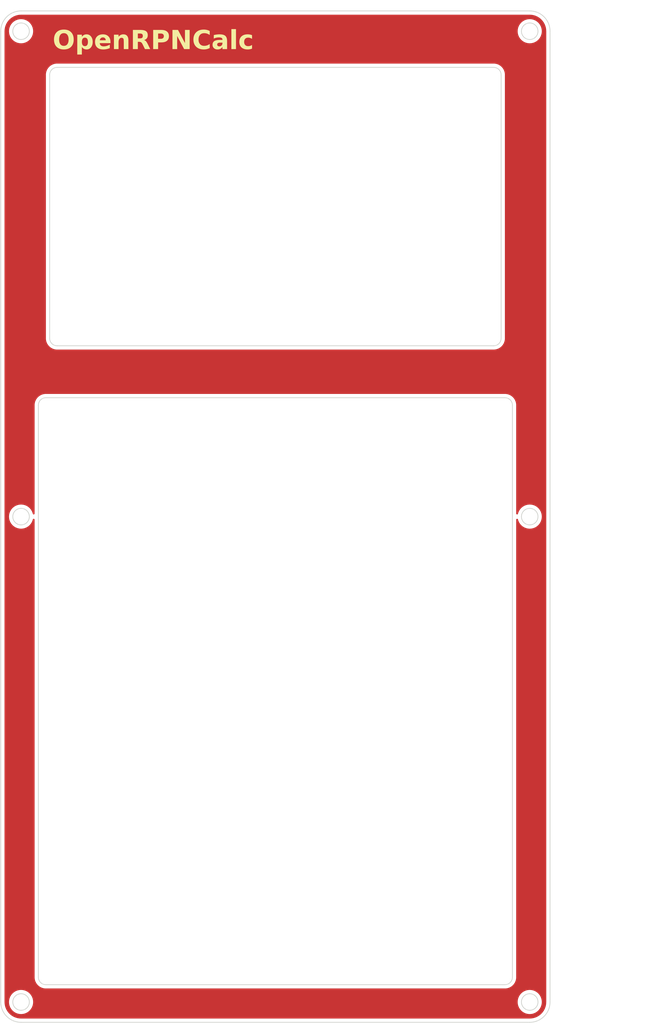
<source format=kicad_pcb>
(kicad_pcb (version 20221018) (generator pcbnew)

  (general
    (thickness 0.8)
  )

  (paper "A4")
  (layers
    (0 "F.Cu" signal)
    (31 "B.Cu" signal)
    (32 "B.Adhes" user "B.Adhesive")
    (33 "F.Adhes" user "F.Adhesive")
    (34 "B.Paste" user)
    (35 "F.Paste" user)
    (36 "B.SilkS" user "B.Silkscreen")
    (37 "F.SilkS" user "F.Silkscreen")
    (38 "B.Mask" user)
    (39 "F.Mask" user)
    (40 "Dwgs.User" user "User.Drawings")
    (41 "Cmts.User" user "User.Comments")
    (42 "Eco1.User" user "User.Eco1")
    (43 "Eco2.User" user "User.Eco2")
    (44 "Edge.Cuts" user)
    (45 "Margin" user)
    (46 "B.CrtYd" user "B.Courtyard")
    (47 "F.CrtYd" user "F.Courtyard")
    (48 "B.Fab" user)
    (49 "F.Fab" user)
    (50 "User.1" user)
    (51 "User.2" user)
    (52 "User.3" user)
    (53 "User.4" user)
    (54 "User.5" user)
    (55 "User.6" user)
    (56 "User.7" user)
    (57 "User.8" user)
    (58 "User.9" user)
  )

  (setup
    (stackup
      (layer "F.SilkS" (type "Top Silk Screen") (color "Black"))
      (layer "F.Paste" (type "Top Solder Paste"))
      (layer "F.Mask" (type "Top Solder Mask") (color "White") (thickness 0.01))
      (layer "F.Cu" (type "copper") (thickness 0.035))
      (layer "dielectric 1" (type "core") (color "Aluminum") (thickness 0.71) (material "Al") (epsilon_r 8.7) (loss_tangent 0.001))
      (layer "B.Cu" (type "copper") (thickness 0.035))
      (layer "B.Mask" (type "Bottom Solder Mask") (color "White") (thickness 0.01))
      (layer "B.Paste" (type "Bottom Solder Paste"))
      (layer "B.SilkS" (type "Bottom Silk Screen") (color "Black"))
      (copper_finish "None")
      (dielectric_constraints no)
    )
    (pad_to_mask_clearance 0)
    (aux_axis_origin 66.2 32.7)
    (grid_origin 66.2 32.7)
    (pcbplotparams
      (layerselection 0x00010fc_ffffffff)
      (plot_on_all_layers_selection 0x0000000_00000000)
      (disableapertmacros false)
      (usegerberextensions false)
      (usegerberattributes true)
      (usegerberadvancedattributes true)
      (creategerberjobfile true)
      (dashed_line_dash_ratio 12.000000)
      (dashed_line_gap_ratio 3.000000)
      (svgprecision 4)
      (plotframeref false)
      (viasonmask false)
      (mode 1)
      (useauxorigin false)
      (hpglpennumber 1)
      (hpglpenspeed 20)
      (hpglpendiameter 15.000000)
      (dxfpolygonmode true)
      (dxfimperialunits true)
      (dxfusepcbnewfont true)
      (psnegative false)
      (psa4output false)
      (plotreference true)
      (plotvalue true)
      (plotinvisibletext false)
      (sketchpadsonfab false)
      (subtractmaskfromsilk false)
      (outputformat 1)
      (mirror false)
      (drillshape 1)
      (scaleselection 1)
      (outputdirectory "")
    )
  )

  (net 0 "")

  (gr_arc (start 131.5 158.4) (mid 131.207107 159.107107) (end 130.5 159.4)
    (stroke (width 0.1) (type default)) (layer "Edge.Cuts") (tstamp 0184ad43-6647-4962-94c7-f6c92cb67ce7))
  (gr_line (start 136.5 32.7) (end 136.5 161.7)
    (stroke (width 0.1) (type default)) (layer "Edge.Cuts") (tstamp 0e48300b-aee6-4722-86d2-e4ccf8c05c13))
  (gr_arc (start 133.8 30) (mid 135.709188 30.790812) (end 136.5 32.7)
    (stroke (width 0.1) (type default)) (layer "Edge.Cuts") (tstamp 1d4abda8-6035-407c-ac5d-7df5efc567e4))
  (gr_line (start 68.5 158.4) (end 68.5 82.4)
    (stroke (width 0.1) (type default)) (layer "Edge.Cuts") (tstamp 1dee2c97-ecbe-415d-8494-584243de5ed4))
  (gr_arc (start 66.2 164.4) (mid 64.290812 163.609188) (end 63.5 161.7)
    (stroke (width 0.1) (type default)) (layer "Edge.Cuts") (tstamp 45cba95e-2685-4488-bfdc-7139dc74fc2e))
  (gr_circle (center 66.2 32.7) (end 66.2 33.8)
    (stroke (width 0.1) (type default)) (fill none) (layer "Edge.Cuts") (tstamp 4b254e6b-88f2-4867-8b78-2560f94ce709))
  (gr_arc (start 71 74.5) (mid 70.292893 74.207107) (end 70 73.5)
    (stroke (width 0.1) (type default)) (layer "Edge.Cuts") (tstamp 4f46bcef-ca0a-4713-9a99-3d7322b266db))
  (gr_arc (start 63.5 32.7) (mid 64.290812 30.790812) (end 66.2 30)
    (stroke (width 0.1) (type default)) (layer "Edge.Cuts") (tstamp 5063ac77-6589-4d70-96bb-2428220df022))
  (gr_line (start 69.5 81.4) (end 130.5 81.4)
    (stroke (width 0.1) (type default)) (layer "Edge.Cuts") (tstamp 54e7af34-29d8-4ece-b7a2-e64335fd9f02))
  (gr_circle (center 133.8 97.2) (end 133.8 98.3)
    (stroke (width 0.1) (type default)) (fill none) (layer "Edge.Cuts") (tstamp 589c7a4f-06df-4764-8d0c-6d72916c0e4b))
  (gr_line (start 70 73.5) (end 70 38.5)
    (stroke (width 0.1) (type default)) (layer "Edge.Cuts") (tstamp 59422bcd-41d8-4e60-8c84-aefb8e25d0c4))
  (gr_circle (center 66.2 97.2) (end 66.2 98.3)
    (stroke (width 0.1) (type default)) (fill none) (layer "Edge.Cuts") (tstamp 5b0e2539-ec81-429f-b219-61ccc8488e39))
  (gr_arc (start 136.5 161.7) (mid 135.709188 163.609188) (end 133.8 164.4)
    (stroke (width 0.1) (type default)) (layer "Edge.Cuts") (tstamp 6ca94775-5071-4f00-9d69-817b77d2b0fe))
  (gr_arc (start 68.5 82.4) (mid 68.792893 81.692893) (end 69.5 81.4)
    (stroke (width 0.1) (type default)) (layer "Edge.Cuts") (tstamp 704088f5-14d7-485c-8101-b4764e84a8ba))
  (gr_line (start 133.8 164.4) (end 66.2 164.4)
    (stroke (width 0.1) (type default)) (layer "Edge.Cuts") (tstamp 70ae08d4-a50d-4ac6-8b5a-2258a81fa5c9))
  (gr_line (start 129 74.5) (end 71 74.5)
    (stroke (width 0.1) (type default)) (layer "Edge.Cuts") (tstamp 7c918fab-b7e2-4d0b-a776-19fa309e612b))
  (gr_line (start 130.5 159.4) (end 69.5 159.4)
    (stroke (width 0.1) (type default)) (layer "Edge.Cuts") (tstamp 7d3ec0af-230e-4e73-820b-61112731faea))
  (gr_circle (center 133.8 32.7) (end 133.8 33.8)
    (stroke (width 0.1) (type default)) (fill none) (layer "Edge.Cuts") (tstamp a8eb37c5-7771-4741-8f64-e9b2e82e7a46))
  (gr_line (start 130 38.5) (end 130 73.5)
    (stroke (width 0.1) (type default)) (layer "Edge.Cuts") (tstamp ae265663-111c-459d-8536-2edfe52bcd3d))
  (gr_arc (start 130 73.5) (mid 129.707107 74.207107) (end 129 74.5)
    (stroke (width 0.1) (type default)) (layer "Edge.Cuts") (tstamp b6af57ab-35c3-4bda-aa48-e8499128cbe2))
  (gr_circle (center 133.8 161.7) (end 133.8 162.8)
    (stroke (width 0.1) (type default)) (fill none) (layer "Edge.Cuts") (tstamp b6e0a792-fc30-443b-bfb3-2daad0460270))
  (gr_line (start 131.5 82.4) (end 131.5 158.4)
    (stroke (width 0.1) (type default)) (layer "Edge.Cuts") (tstamp c1d3a1d7-d859-416c-a8f2-859aeb6dedaf))
  (gr_line (start 63.5 161.7) (end 63.5 32.7)
    (stroke (width 0.1) (type default)) (layer "Edge.Cuts") (tstamp c2f219d8-4fc6-44be-9713-0bb17e5e36d4))
  (gr_arc (start 69.5 159.4) (mid 68.792893 159.107107) (end 68.5 158.4)
    (stroke (width 0.1) (type default)) (layer "Edge.Cuts") (tstamp c4a02164-35c8-4497-a5ae-bcf82eccdac5))
  (gr_arc (start 70 38.5) (mid 70.292893 37.792893) (end 71 37.5)
    (stroke (width 0.1) (type default)) (layer "Edge.Cuts") (tstamp d2b418a8-fe53-4b6f-aa97-d6dd35f40a72))
  (gr_line (start 66.2 30) (end 133.8 30)
    (stroke (width 0.1) (type default)) (layer "Edge.Cuts") (tstamp e349df77-72a1-4c2e-a51a-aadd9ab8c2d6))
  (gr_arc (start 130.5 81.4) (mid 131.207107 81.692893) (end 131.5 82.4)
    (stroke (width 0.1) (type default)) (layer "Edge.Cuts") (tstamp e6e86fcb-10f2-4f17-9f4e-d7f712cdeb67))
  (gr_arc (start 129 37.5) (mid 129.707107 37.792893) (end 130 38.5)
    (stroke (width 0.1) (type default)) (layer "Edge.Cuts") (tstamp f2700613-daa4-44f8-a97f-427b31db7db0))
  (gr_line (start 71 37.5) (end 129 37.5)
    (stroke (width 0.1) (type default)) (layer "Edge.Cuts") (tstamp f912ffef-dc13-4835-9682-17ecea0fab0b))
  (gr_circle (center 66.2 161.7) (end 66.2 162.8)
    (stroke (width 0.1) (type default)) (fill none) (layer "Edge.Cuts") (tstamp f94d09c2-166c-4d36-bfc3-ea5aae87d26f))
  (gr_text "OpenRPNCalc" (at 70.4 35.5) (layer "F.SilkS") (tstamp 001954f5-4d9c-41cf-a3bb-fbf48a5078de)
    (effects (font (face "FreeSans") (size 2.5 2.5) (thickness 0.3) bold italic) (justify left bottom))
    (render_cache "OpenRPNCalc" 0
      (polygon
        (pts
          (xy 70.928175 34.783129)          (xy 70.912745 34.759733)          (xy 70.898055 34.735874)          (xy 70.884104 34.711552)
          (xy 70.870892 34.686768)          (xy 70.85842 34.661521)          (xy 70.846687 34.635811)          (xy 70.835694 34.609638)
          (xy 70.82544 34.583003)          (xy 70.815926 34.555905)          (xy 70.80715 34.528344)          (xy 70.799115 34.50032)
          (xy 70.791818 34.471834)          (xy 70.785262 34.442885)          (xy 70.779444 34.413473)          (xy 70.774366 34.383599)
          (xy 70.770027 34.353262)          (xy 70.766428 34.322462)          (xy 70.763568 34.291199)          (xy 70.761448 34.259474)
          (xy 70.760067 34.227286)          (xy 70.759425 34.194635)          (xy 70.759523 34.161522)          (xy 70.76036 34.127945)
          (xy 70.761937 34.093907)          (xy 70.764253 34.059405)          (xy 70.767308 34.02444)          (xy 70.771103 33.989013)
          (xy 70.775637 33.953123)          (xy 70.780911 33.916771)          (xy 70.786924 33.879956)          (xy 70.793677 33.842677)
          (xy 70.801168 33.804937)          (xy 70.809344 33.767197)          (xy 70.818072 33.72992)          (xy 70.827352 33.693108)
          (xy 70.837185 33.65676)          (xy 70.847569 33.620875)          (xy 70.858506 33.585454)          (xy 70.869995 33.550498)
          (xy 70.882036 33.516005)          (xy 70.894629 33.481976)          (xy 70.907774 33.448411)          (xy 70.921472 33.41531)
          (xy 70.935721 33.382673)          (xy 70.950523 33.3505)          (xy 70.965877 33.318791)          (xy 70.981783 33.287546)
          (xy 70.998242 33.256764)          (xy 71.015252 33.226447)          (xy 71.032815 33.196593)          (xy 71.05093 33.167203)
          (xy 71.069597 33.138278)          (xy 71.088816 33.109816)          (xy 71.108588 33.081818)          (xy 71.128911 33.054284)
          (xy 71.149787 33.027214)          (xy 71.171215 33.000608)          (xy 71.193195 32.974466)          (xy 71.215727 32.948787)
          (xy 71.238811 32.923573)          (xy 71.262448 32.898823)          (xy 71.286637 32.874536)          (xy 71.311378 32.850713)
          (xy 71.336671 32.827355)          (xy 71.362368 32.804552)          (xy 71.38832 32.782473)          (xy 71.414527 32.761118)
          (xy 71.440989 32.740486)          (xy 71.467707 32.720579)          (xy 71.49468 32.701396)          (xy 71.521908 32.682936)
          (xy 71.549391 32.6652)          (xy 71.57713 32.648189)          (xy 71.605123 32.631901)          (xy 71.633372 32.616337)
          (xy 71.661876 32.601497)          (xy 71.690636 32.587381)          (xy 71.71965 32.573989)          (xy 71.74892 32.56132)
          (xy 71.778445 32.549376)          (xy 71.808225 32.538155)          (xy 71.838261 32.527659)          (xy 71.868551 32.517886)
          (xy 71.899097 32.508837)          (xy 71.929898 32.500512)          (xy 71.960955 32.492911)          (xy 71.992266 32.486034)
          (xy 72.023833 32.479881)          (xy 72.055655 32.474452)          (xy 72.087732 32.469746)          (xy 72.120064 32.465765)
          (xy 72.152652 32.462507)          (xy 72.185495 32.459974)          (xy 72.218593 32.458164)          (xy 72.251946 32.457078)
          (xy 72.285554 32.456716)          (xy 72.319238 32.457083)          (xy 72.352361 32.458185)          (xy 72.384922 32.460022)
          (xy 72.416921 32.462593)          (xy 72.448358 32.465899)          (xy 72.479234 32.46994)          (xy 72.509548 32.474715)
          (xy 72.5393 32.480225)          (xy 72.56849 32.486469)          (xy 72.597119 32.493448)          (xy 72.625186 32.501162)
          (xy 72.652691 32.50961)          (xy 72.679635 32.518793)          (xy 72.706017 32.528711)          (xy 72.731837 32.539363)
          (xy 72.757096 32.55075)          (xy 72.781792 32.562871)          (xy 72.805928 32.575727)          (xy 72.829501 32.589318)
          (xy 72.852513 32.603644)          (xy 72.874962 32.618704)          (xy 72.896851 32.634498)          (xy 72.918177 32.651028)
          (xy 72.938942 32.668292)          (xy 72.959145 32.68629)          (xy 72.978787 32.705023)          (xy 72.997866 32.724491)
          (xy 73.016384 32.744694)          (xy 73.03434 32.765631)          (xy 73.051735 32.787303)          (xy 73.068568 32.809709)
          (xy 73.084839 32.83285)          (xy 73.100455 32.856591)          (xy 73.115322 32.880797)          (xy 73.12944 32.905468)
          (xy 73.142809 32.930605)          (xy 73.155429 32.956206)          (xy 73.1673 32.982272)          (xy 73.178422 33.008804)
          (xy 73.188795 33.035801)          (xy 73.198419 33.063263)          (xy 73.207294 33.091189)          (xy 73.215421 33.119581)
          (xy 73.222798 33.148439)          (xy 73.229426 33.177761)          (xy 73.235306 33.207548)          (xy 73.240436 33.237801)
          (xy 73.244818 33.268518)          (xy 73.248451 33.299701)          (xy 73.251334 33.331349)          (xy 73.253469 33.363462)
          (xy 73.254855 33.39604)          (xy 73.255492 33.429083)          (xy 73.25538 33.462591)          (xy 73.254519 33.496565)
          (xy 73.252909 33.531003)          (xy 73.25055 33.565907)          (xy 73.247442 33.601275)          (xy 73.243585 33.637109)
          (xy 73.238979 33.673408)          (xy 73.233624 33.710172)          (xy 73.227521 33.747401)          (xy 73.220668 33.785096)
          (xy 73.213066 33.823255)          (xy 73.20538 33.858788)          (xy 73.197129 33.893945)          (xy 73.188312 33.928726)
          (xy 73.17893 33.963132)          (xy 73.168982 33.997162)          (xy 73.15847 34.030816)          (xy 73.147392 34.064095)
          (xy 73.135748 34.096998)          (xy 73.12354 34.129525)          (xy 73.110766 34.161677)          (xy 73.097427 34.193453)
          (xy 73.083522 34.224853)          (xy 73.069053 34.255878)          (xy 73.054018 34.286527)          (xy 73.038417 34.3168)
          (xy 73.022252 34.346698)          (xy 73.005521 34.37622)          (xy 72.988225 34.405366)          (xy 72.970363 34.434137)
          (xy 72.951937 34.462532)          (xy 72.932945 34.490551)          (xy 72.913387 34.518195)          (xy 72.893265 34.545463)
          (xy 72.872577 34.572355)          (xy 72.851324 34.598872)          (xy 72.829505 34.625013)          (xy 72.807121 34.650778)
          (xy 72.784172 34.676168)          (xy 72.760658 34.701182)          (xy 72.736578 34.72582)          (xy 72.711933 34.750083)
          (xy 72.686723 34.77397)          (xy 72.661128 34.797299)          (xy 72.635253 34.819887)          (xy 72.609098 34.841735)
          (xy 72.582662 34.862842)          (xy 72.555946 34.883209)          (xy 72.52895 34.902835)          (xy 72.501674 34.92172)
          (xy 72.474117 34.939865)          (xy 72.446281 34.957269)          (xy 72.418163 34.973932)          (xy 72.389766 34.989855)
          (xy 72.361088 35.005037)          (xy 72.33213 35.019479)          (xy 72.302892 35.03318)          (xy 72.273374 35.046141)
          (xy 72.243575 35.05836)          (xy 72.213496 35.06984)          (xy 72.183137 35.080578)          (xy 72.152497 35.090577)
          (xy 72.121578 35.099834)          (xy 72.090378 35.108351)          (xy 72.058897 35.116127)          (xy 72.027137 35.123163)
          (xy 71.995096 35.129458)          (xy 71.962775 35.135013)          (xy 71.930174 35.139826)          (xy 71.897292 35.1439)
          (xy 71.86413 35.147232)          (xy 71.830688 35.149825)          (xy 71.796966 35.151676)          (xy 71.762963 35.152787)
          (xy 71.728681 35.153157)          (xy 71.694773 35.152796)          (xy 71.66144 35.151712)          (xy 71.62868 35.149905)
          (xy 71.596494 35.147376)          (xy 71.564881 35.144123)          (xy 71.533842 35.140148)          (xy 71.503377 35.135451)
          (xy 71.473485 35.13003)          (xy 71.444167 35.123887)          (xy 71.415422 35.117022)          (xy 71.387252 35.109433)
          (xy 71.359654 35.101122)          (xy 71.332631 35.092088)          (xy 71.306181 35.082332)          (xy 71.280305 35.071852)
          (xy 71.255002 35.06065)          (xy 71.230273 35.048726)          (xy 71.206118 35.036078)          (xy 71.182536 35.022708)
          (xy 71.159528 35.008615)          (xy 71.137094 34.993799)          (xy 71.115233 34.978261)          (xy 71.093946 34.962)
          (xy 71.073232 34.945017)          (xy 71.053092 34.92731)          (xy 71.033526 34.908881)          (xy 71.014533 34.889729)
          (xy 70.996114 34.869855)          (xy 70.978269 34.849257)          (xy 70.960997 34.827937)          (xy 70.944299 34.805895)
        )
          (pts
            (xy 72.200069 32.886584)            (xy 72.161193 32.887566)            (xy 72.122875 32.890514)            (xy 72.085115 32.895428)
            (xy 72.047914 32.902307)            (xy 72.01127 32.911151)            (xy 71.975185 32.921961)            (xy 71.939657 32.934736)
            (xy 71.904688 32.949476)            (xy 71.870277 32.966182)            (xy 71.836424 32.984853)            (xy 71.803129 33.00549)
            (xy 71.770393 33.028092)            (xy 71.738214 33.052659)            (xy 71.706594 33.079192)            (xy 71.675532 33.10769)
            (xy 71.645027 33.138154)            (xy 71.615482 33.170168)            (xy 71.587144 33.20347)            (xy 71.560012 33.23806)
            (xy 71.534088 33.273937)            (xy 71.50937 33.311103)            (xy 71.485859 33.349557)            (xy 71.463555 33.389299)
            (xy 71.442459 33.430329)            (xy 71.422568 33.472647)            (xy 71.403885 33.516253)            (xy 71.386409 33.561147)
            (xy 71.37014 33.607329)            (xy 71.362458 33.630903)            (xy 71.355077 33.654799)            (xy 71.347999 33.679017)
            (xy 71.341222 33.703557)            (xy 71.334747 33.728419)            (xy 71.328573 33.753603)            (xy 71.322701 33.779109)
            (xy 71.317131 33.804937)            (xy 71.311968 33.830765)            (xy 71.30724 33.856273)            (xy 71.302947 33.88146)
            (xy 71.29909 33.906326)            (xy 71.295668 33.930871)            (xy 71.290129 33.979)            (xy 71.286332 34.025845)
            (xy 71.284276 34.071406)            (xy 71.283961 34.115685)            (xy 71.285388 34.15868)            (xy 71.288555 34.200392)
            (xy 71.293464 34.240821)            (xy 71.300114 34.279967)            (xy 71.308505 34.317829)            (xy 71.318637 34.354409)
            (xy 71.33051 34.389705)            (xy 71.344125 34.423717)            (xy 71.359481 34.456447)            (xy 71.367812 34.47233)
            (xy 71.385672 34.50272)            (xy 71.404906 34.531149)            (xy 71.425514 34.557617)            (xy 71.447496 34.582125)
            (xy 71.470852 34.604672)            (xy 71.495581 34.625259)            (xy 71.521685 34.643885)            (xy 71.549162 34.66055)
            (xy 71.578013 34.675255)            (xy 71.608238 34.687999)            (xy 71.639837 34.698782)            (xy 71.67281 34.707605)
            (xy 71.707157 34.714467)            (xy 71.742877 34.719369)            (xy 71.779972 34.722309)            (xy 71.81844 34.72329)
            (xy 71.856875 34.722317)            (xy 71.894785 34.719397)            (xy 71.93217 34.714531)            (xy 71.969031 34.707719)
            (xy 72.005367 34.698961)            (xy 72.041178 34.688256)            (xy 72.076464 34.675605)            (xy 72.111226 34.661008)
            (xy 72.145463 34.644464)            (xy 72.179175 34.625974)            (xy 72.212363 34.605538)            (xy 72.245025 34.583155)
            (xy 72.277163 34.558827)            (xy 72.308776 34.532551)            (xy 72.339865 34.50433)            (xy 72.370429 34.474162)
            (xy 72.400184 34.442339)            (xy 72.428694 34.409304)            (xy 72.455959 34.375058)            (xy 72.481979 34.3396)
            (xy 72.506754 34.30293)            (xy 72.530284 34.265048)            (xy 72.552568 34.225955)            (xy 72.573608 34.18565)
            (xy 72.593403 34.144134)            (xy 72.611952 34.101406)            (xy 72.629257 34.057466)            (xy 72.645316 34.012314)
            (xy 72.660131 33.965951)            (xy 72.667071 33.942315)            (xy 72.6737 33.918376)            (xy 72.680018 33.894134)
            (xy 72.686024 33.869589)            (xy 72.69172 33.844742)            (xy 72.697103 33.819591)            (xy 72.702456 33.793085)
            (xy 72.707372 33.766919)            (xy 72.711849 33.741093)            (xy 72.715889 33.715607)            (xy 72.719491 33.69046)
            (xy 72.722656 33.665654)            (xy 72.725383 33.641187)            (xy 72.729523 33.593274)            (xy 72.731913 33.54672)
            (xy 72.732553 33.501525)            (xy 72.731441 33.45769)            (xy 72.728579 33.415215)            (xy 72.723966 33.374099)
            (xy 72.717602 33.334343)            (xy 72.709488 33.295946)            (xy 72.699623 33.258909)            (xy 72.688007 33.223231)
            (xy 72.67464 33.188913)            (xy 72.659523 33.155955)            (xy 72.651308 33.139986)            (xy 72.633732 33.1093)
            (xy 72.614738 33.080594)            (xy 72.594328 33.053868)            (xy 72.572501 33.029122)            (xy 72.549258 33.006356)
            (xy 72.524597 32.985569)            (xy 72.49852 32.966762)            (xy 72.471026 32.949934)            (xy 72.442115 32.935086)
            (xy 72.411788 32.922218)            (xy 72.380043 32.91133)            (xy 72.346882 32.902421)            (xy 72.312304 32.895492)
            (xy 72.276309 32.890543)            (xy 72.238898 32.887573)
          )
      )
      (polygon
        (pts
          (xy 74.728593 33.121057)          (xy 74.771703 33.122214)          (xy 74.813258 33.125684)          (xy 74.853257 33.131468)
          (xy 74.891702 33.139566)          (xy 74.928591 33.149977)          (xy 74.963925 33.162702)          (xy 74.997704 33.177741)
          (xy 75.029928 33.195093)          (xy 75.060597 33.214759)          (xy 75.08971 33.236738)          (xy 75.117269 33.261031)
          (xy 75.143272 33.287638)          (xy 75.16772 33.316558)          (xy 75.190613 33.347792)          (xy 75.211951 33.38134)
          (xy 75.231734 33.417201)          (xy 75.249799 33.454725)          (xy 75.265985 33.49326)          (xy 75.280291 33.532806)
          (xy 75.292718 33.573364)          (xy 75.303265 33.614933)          (xy 75.311933 33.657513)          (xy 75.318721 33.701105)
          (xy 75.32363 33.745708)          (xy 75.326659 33.791322)          (xy 75.327809 33.837948)          (xy 75.327079 33.885585)
          (xy 75.32447 33.934233)          (xy 75.32246 33.958936)          (xy 75.319981 33.983892)          (xy 75.317031 34.009101)
          (xy 75.313612 34.034563)          (xy 75.309723 34.060278)          (xy 75.305364 34.086245)          (xy 75.300535 34.112466)
          (xy 75.295237 34.138939)          (xy 75.289513 34.165373)          (xy 75.283409 34.191554)          (xy 75.276924 34.21748)
          (xy 75.270059 34.243152)          (xy 75.262813 34.268571)          (xy 75.255187 34.293735)          (xy 75.247181 34.318645)
          (xy 75.238794 34.343301)          (xy 75.230026 34.367704)          (xy 75.220879 34.391852)          (xy 75.21135 34.415746)
          (xy 75.201442 34.439386)          (xy 75.191153 34.462772)          (xy 75.180483 34.485904)          (xy 75.169433 34.508782)
          (xy 75.158003 34.531407)          (xy 75.146192 34.553777)          (xy 75.134001 34.575893)          (xy 75.121429 34.597755)
          (xy 75.108477 34.619363)          (xy 75.095144 34.640717)          (xy 75.081431 34.661816)          (xy 75.067338 34.682662)
          (xy 75.052864 34.703254)          (xy 75.03801 34.723592)          (xy 75.022775 34.743676)          (xy 75.00716 34.763506)
          (xy 74.991164 34.783082)          (xy 74.974788 34.802403)          (xy 74.958031 34.821471)          (xy 74.940894 34.840285)
          (xy 74.923377 34.858845)          (xy 74.90562 34.876952)          (xy 74.887764 34.894484)          (xy 74.869809 34.911441)
          (xy 74.833602 34.943632)          (xy 74.796999 34.973523)          (xy 74.76 35.001115)          (xy 74.722605 35.026407)
          (xy 74.684814 35.049401)          (xy 74.646627 35.070094)          (xy 74.608044 35.088489)          (xy 74.569066 35.104584)
          (xy 74.529691 35.11838)          (xy 74.489921 35.129877)          (xy 74.449754 35.139074)          (xy 74.409192 35.145972)
          (xy 74.368233 35.15057)          (xy 74.326879 35.15287)          (xy 74.306053 35.153157)          (xy 74.264017 35.151893)
          (xy 74.22385 35.148101)          (xy 74.185554 35.14178)          (xy 74.149127 35.132931)          (xy 74.114571 35.121554)
          (xy 74.081884 35.107648)          (xy 74.051068 35.091214)          (xy 74.022121 35.072252)          (xy 73.995044 35.050761)
          (xy 73.969838 35.026742)          (xy 73.946501 35.000195)          (xy 73.925034 34.97112)          (xy 73.905438 34.939516)
          (xy 73.887711 34.905384)          (xy 73.871854 34.868724)          (xy 73.857868 34.829535)          (xy 73.652093 35.817498)
          (xy 73.170324 35.817498)          (xy 73.722923 33.160136)          (xy 74.204692 33.160136)          (xy 74.144242 33.449563)
          (xy 74.159379 33.429352)          (xy 74.174718 33.409783)          (xy 74.190258 33.390856)          (xy 74.221943 33.354925)
          (xy 74.254434 33.321561)          (xy 74.287731 33.290764)          (xy 74.321834 33.262533)          (xy 74.356744 33.236868)
          (xy 74.39246 33.21377)          (xy 74.428981 33.193238)          (xy 74.46631 33.175273)          (xy 74.504444 33.159874)
          (xy 74.543384 33.147042)          (xy 74.583131 33.136776)          (xy 74.623684 33.129077)          (xy 74.665043 33.123944)
          (xy 74.707208 33.121378)
        )
          (pts
            (xy 74.789043 33.715177)            (xy 74.773689 33.685824)            (xy 74.756479 33.659357)            (xy 74.737411 33.635778)
            (xy 74.716486 33.615086)            (xy 74.693705 33.597281)            (xy 74.669066 33.582363)            (xy 74.642571 33.570333)
            (xy 74.614219 33.56119)            (xy 74.58401 33.554934)            (xy 74.551944 33.551566)            (xy 74.529535 33.550924)
            (xy 74.495625 33.552352)            (xy 74.462359 33.556634)            (xy 74.429737 33.563772)            (xy 74.397759 33.573765)
            (xy 74.366425 33.586612)            (xy 74.335734 33.602315)            (xy 74.305688 33.620873)            (xy 74.276286 33.642286)
            (xy 74.257042 33.658148)            (xy 74.238085 33.675278)            (xy 74.219414 33.693677)            (xy 74.201029 33.713346)
            (xy 74.183216 33.734042)            (xy 74.16611 33.755525)            (xy 74.149709 33.777796)            (xy 74.134015 33.800853)
            (xy 74.119026 33.824698)            (xy 74.104744 33.84933)            (xy 74.091167 33.874749)            (xy 74.078297 33.900955)
            (xy 74.066132 33.927948)            (xy 74.054674 33.955728)            (xy 74.043922 33.984295)            (xy 74.033875 34.01365)
            (xy 74.024535 34.043791)            (xy 74.0159 34.07472)            (xy 74.007972 34.106436)            (xy 74.00075 34.138939)
            (xy 73.994474 34.171363)            (xy 73.989234 34.202995)            (xy 73.985029 34.233836)            (xy 73.981859 34.263884)
            (xy 73.979724 34.293141)            (xy 73.978625 34.321606)            (xy 73.97856 34.349279)            (xy 73.979531 34.37616)
            (xy 73.981537 34.402249)            (xy 73.984578 34.427546)            (xy 73.988654 34.452051)            (xy 73.99671 34.487325)
            (xy 74.007094 34.520816)            (xy 74.019808 34.552526)            (xy 74.024563 34.5627)            (xy 74.040239 34.591399)
            (xy 74.057729 34.617276)            (xy 74.077033 34.640329)            (xy 74.098151 34.660559)            (xy 74.121083 34.677967)
            (xy 74.145828 34.692552)            (xy 74.172388 34.704314)            (xy 74.200762 34.713253)            (xy 74.230949 34.719369)
            (xy 74.262951 34.722662)            (xy 74.285293 34.72329)            (xy 74.318663 34.721862)            (xy 74.351453 34.71758)
            (xy 74.383664 34.710442)            (xy 74.415295 34.700449)            (xy 74.446346 34.687601)            (xy 74.476818 34.671899)
            (xy 74.50671 34.653341)            (xy 74.536023 34.631928)            (xy 74.555243 34.616066)            (xy 74.574205 34.598936)
            (xy 74.59291 34.580537)            (xy 74.611357 34.560868)            (xy 74.629382 34.540213)            (xy 74.646667 34.518851)
            (xy 74.663213 34.496783)            (xy 74.67902 34.474009)            (xy 74.694087 34.45053)            (xy 74.708415 34.426344)
            (xy 74.722003 34.401452)            (xy 74.734852 34.375854)            (xy 74.746962 34.349551)            (xy 74.758332 34.322541)
            (xy 74.768963 34.294825)            (xy 74.778854 34.266403)            (xy 74.788006 34.237275)            (xy 74.796418 34.207441)
            (xy 74.804092 34.176901)            (xy 74.811025 34.145655)            (xy 74.817451 34.112776)            (xy 74.822837 34.080693)
            (xy 74.827183 34.049406)            (xy 74.830488 34.018916)            (xy 74.832754 33.989223)            (xy 74.83398 33.960327)
            (xy 74.834166 33.932227)            (xy 74.833312 33.904924)            (xy 74.831419 33.878417)            (xy 74.828485 33.852707)
            (xy 74.824511 33.827794)            (xy 74.819497 33.803677)            (xy 74.810027 33.768996)            (xy 74.798217 33.736107)
          )
      )
      (polygon
        (pts
          (xy 76.678262 33.121057)          (xy 76.708277 33.121496)          (xy 76.737872 33.122812)          (xy 76.767048 33.125007)
          (xy 76.795804 33.128079)          (xy 76.82414 33.132029)          (xy 76.852056 33.136856)          (xy 76.879552 33.142562)
          (xy 76.906629 33.149145)          (xy 76.933572 33.156882)          (xy 76.960362 33.166051)          (xy 76.987 33.176651)
          (xy 77.013485 33.188681)          (xy 77.039818 33.202143)          (xy 77.065997 33.217037)          (xy 77.092025 33.233361)
          (xy 77.117899 33.251116)          (xy 77.14323 33.270226)          (xy 77.16732 33.290615)          (xy 77.19017 33.312282)
          (xy 77.21178 33.335227)          (xy 77.232149 33.359451)          (xy 77.251279 33.384953)          (xy 77.269167 33.411734)
          (xy 77.28177 33.432659)          (xy 77.285816 33.439794)          (xy 77.297413 33.461858)          (xy 77.308163 33.485231)
          (xy 77.318064 33.509914)          (xy 77.327118 33.535907)          (xy 77.335323 33.563209)          (xy 77.342681 33.59182)
          (xy 77.349191 33.621741)          (xy 77.354853 33.652972)          (xy 77.359667 33.685512)          (xy 77.363633 33.719361)
          (xy 77.365806 33.742655)          (xy 77.368197 33.7784)          (xy 77.369419 33.815112)          (xy 77.369584 33.840123)
          (xy 77.369228 33.865563)          (xy 77.368353 33.891433)          (xy 77.366958 33.917732)          (xy 77.365042 33.94446)
          (xy 77.362607 33.971618)          (xy 77.359652 33.999205)          (xy 77.356177 34.027222)          (xy 77.352181 34.055667)
          (xy 77.347666 34.084542)          (xy 77.342631 34.113847)          (xy 77.337076 34.14358)          (xy 77.331001 34.173743)
          (xy 77.3253 34.198931)          (xy 77.318884 34.224118)          (xy 77.311752 34.249306)          (xy 77.31024 34.254344)
          (xy 76.064602 34.254344)          (xy 76.060137 34.281649)          (xy 76.056206 34.308001)          (xy 76.052809 34.333398)
          (xy 76.049947 34.357841)          (xy 76.047121 34.387054)          (xy 76.045129 34.414776)          (xy 76.043972 34.441007)
          (xy 76.043841 34.446074)          (xy 76.044071 34.470996)          (xy 76.045523 34.495769)          (xy 76.048197 34.520394)
          (xy 76.052094 34.544868)          (xy 76.057213 34.569194)          (xy 76.063555 34.593371)          (xy 76.066434 34.603)
          (xy 76.074964 34.626178)          (xy 76.088073 34.651709)          (xy 76.104316 34.67475)          (xy 76.123693 34.695301)
          (xy 76.146204 34.713361)          (xy 76.158635 34.721458)          (xy 76.18136 34.733244)          (xy 76.20641 34.743032)
          (xy 76.233786 34.750823)          (xy 76.263488 34.756616)          (xy 76.288924 34.759812)          (xy 76.315847 34.761729)
          (xy 76.34426 34.762369)          (xy 76.378129 34.761605)          (xy 76.410892 34.759316)          (xy 76.442548 34.755499)
          (xy 76.473098 34.750157)          (xy 76.502541 34.743287)          (xy 76.530877 34.734891)          (xy 76.558106 34.724969)
          (xy 76.584228 34.71352)          (xy 76.609244 34.700545)          (xy 76.633153 34.686043)          (xy 76.655956 34.670014)
          (xy 76.677651 34.652459)          (xy 76.69824 34.633378)          (xy 76.717722 34.61277)          (xy 76.736098 34.590635)
          (xy 76.753367 34.566974)          (xy 77.227808 34.566974)          (xy 77.210497 34.600057)          (xy 77.192145 34.63229)
          (xy 77.172753 34.663675)          (xy 77.152322 34.69421)          (xy 77.130851 34.723896)          (xy 77.108339 34.752733)
          (xy 77.084788 34.78072)          (xy 77.060197 34.807859)          (xy 77.034565 34.834148)          (xy 77.007894 34.859589)
          (xy 76.980183 34.88418)          (xy 76.951432 34.907922)          (xy 76.921641 34.930815)          (xy 76.89081 34.952859)
          (xy 76.85894 34.974054)          (xy 76.826029 34.994399)          (xy 76.792422 35.013624)          (xy 76.758461 35.031608)
          (xy 76.724148 35.048352)          (xy 76.689482 35.063856)          (xy 76.654463 35.078119)          (xy 76.61909 35.091142)
          (xy 76.583365 35.102925)          (xy 76.547287 35.113468)          (xy 76.510855 35.12277)          (xy 76.474071 35.130832)
          (xy 76.436934 35.137654)          (xy 76.399443 35.143235)          (xy 76.3616 35.147576)          (xy 76.323404 35.150677)
          (xy 76.284854 35.152537)          (xy 76.245952 35.153157)          (xy 76.221441 35.152897)          (xy 76.173733 35.150812)
          (xy 76.127775 35.146643)          (xy 76.083568 35.140389)          (xy 76.041112 35.13205)          (xy 76.000406 35.121627)
          (xy 75.961451 35.109119)          (xy 75.924247 35.094526)          (xy 75.888794 35.077849)          (xy 75.855091 35.059087)
          (xy 75.823139 35.038241)          (xy 75.792938 35.01531)          (xy 75.764488 34.990294)          (xy 75.737788 34.963193)
          (xy 75.712839 34.934008)          (xy 75.689641 34.902739)          (xy 75.678698 34.886322)          (xy 75.6583 34.85219)
          (xy 75.640001 34.816503)          (xy 75.623801 34.779261)          (xy 75.609699 34.740463)          (xy 75.597697 34.700111)
          (xy 75.587794 34.658203)          (xy 75.57999 34.61474)          (xy 75.574284 34.569722)          (xy 75.570678 34.523149)
          (xy 75.56917 34.475021)          (xy 75.569204 34.450373)          (xy 75.569762 34.425337)          (xy 75.570845 34.399913)
          (xy 75.572452 34.374099)          (xy 75.574585 34.347896)          (xy 75.577242 34.321305)          (xy 75.580424 34.294325)
          (xy 75.58413 34.266956)          (xy 75.588362 34.239199)          (xy 75.593118 34.211052)          (xy 75.598398 34.182517)
          (xy 75.604204 34.153593)          (xy 75.610608 34.123833)          (xy 75.61738 34.094469)          (xy 75.624519 34.065501)
          (xy 75.632025 34.036929)          (xy 75.639898 34.008753)          (xy 75.648139 33.980973)          (xy 75.656747 33.953589)
          (xy 75.665723 33.9266)          (xy 75.675065 33.900008)          (xy 75.684775 33.873811)          (xy 75.694853 33.848011)
          (xy 75.705298 33.822606)          (xy 75.71611 33.797597)          (xy 75.727289 33.772985)          (xy 75.738836 33.748768)
          (xy 75.75075 33.724947)          (xy 75.763031 33.701522)          (xy 75.77568 33.678493)          (xy 75.788696 33.65586)
          (xy 75.802079 33.633623)          (xy 75.815829 33.611782)          (xy 75.829947 33.590337)          (xy 75.844433 33.569288)
          (xy 75.859285 33.548634)          (xy 75.874505 33.528377)          (xy 75.890092 33.508516)          (xy 75.906047 33.48905)
          (xy 75.922368 33.469981)          (xy 75.939058 33.451307)          (xy 75.956114 33.433029)          (xy 75.973538 33.415148)
          (xy 75.991329 33.397662)          (xy 76.00945 33.380644)          (xy 76.027786 33.364167)          (xy 76.046339 33.348229)
          (xy 76.084092 33.317976)          (xy 76.122708 33.289883)          (xy 76.162187 33.263951)          (xy 76.20253 33.240181)
          (xy 76.243737 33.218571)          (xy 76.285807 33.199122)          (xy 76.32874 33.181834)          (xy 76.372537 33.166707)
          (xy 76.417197 33.153741)          (xy 76.462721 33.142937)          (xy 76.509108 33.134293)          (xy 76.556358 33.12781)
          (xy 76.604472 33.123488)          (xy 76.653449 33.121327)
        )
          (pts
            (xy 76.876709 33.941713)            (xy 76.879536 33.916284)            (xy 76.881604 33.891595)            (xy 76.883283 33.855948)
            (xy 76.883257 33.821965)            (xy 76.881523 33.789645)            (xy 76.878083 33.758989)            (xy 76.872936 33.729996)
            (xy 76.866083 33.702667)            (xy 76.857523 33.677002)            (xy 76.847257 33.653)            (xy 76.835284 33.630663)
            (xy 76.830914 33.623586)            (xy 76.816665 33.603617)            (xy 76.795012 33.580047)            (xy 76.770326 33.559968)
            (xy 76.742605 33.543382)            (xy 76.719824 33.533233)            (xy 76.695336 33.525049)            (xy 76.669141 33.518829)
            (xy 76.64124 33.514573)            (xy 76.611632 33.512282)            (xy 76.590945 33.511845)            (xy 76.552033 33.513524)
            (xy 76.514524 33.518562)            (xy 76.478417 33.526958)            (xy 76.443712 33.538712)            (xy 76.41041 33.553825)
            (xy 76.378511 33.572295)            (xy 76.348014 33.594125)            (xy 76.31892 33.619312)            (xy 76.291228 33.647858)
            (xy 76.264938 33.679762)            (xy 76.240051 33.715025)            (xy 76.216567 33.753646)            (xy 76.194485 33.795625)
            (xy 76.183969 33.817874)            (xy 76.173805 33.840963)            (xy 76.163991 33.864891)            (xy 76.154528 33.889658)
            (xy 76.145415 33.915266)            (xy 76.136653 33.941713)
          )
      )
      (polygon
        (pts
          (xy 77.884822 33.160136)          (xy 78.366591 33.160136)          (xy 78.309193 33.437351)          (xy 78.325847 33.417892)
          (xy 78.342681 33.39905)          (xy 78.359697 33.380826)          (xy 78.376895 33.36322)          (xy 78.411833 33.329861)
          (xy 78.447496 33.298972)          (xy 78.483884 33.270555)          (xy 78.520998 33.244609)          (xy 78.558836 33.221134)
          (xy 78.5974 33.20013)          (xy 78.636689 33.181597)          (xy 78.676703 33.165536)          (xy 78.717442 33.151945)
          (xy 78.758906 33.140825)          (xy 78.801095 33.132176)          (xy 78.844009 33.125999)          (xy 78.887648 33.122292)
          (xy 78.932013 33.121057)          (xy 78.968296 33.121739)          (xy 79.003263 33.123785)          (xy 79.036913 33.127196)
          (xy 79.069247 33.131971)          (xy 79.100264 33.138111)          (xy 79.129964 33.145615)          (xy 79.158348 33.154483)
          (xy 79.185415 33.164715)          (xy 79.211165 33.176312)          (xy 79.235599 33.189273)          (xy 79.258716 33.203598)
          (xy 79.280517 33.219288)          (xy 79.301001 33.236342)          (xy 79.320168 33.254761)          (xy 79.338019 33.274543)
          (xy 79.354553 33.29569)          (xy 79.369749 33.318001)          (xy 79.383433 33.341429)          (xy 79.395604 33.365972)
          (xy 79.406264 33.391632)          (xy 79.415411 33.418408)          (xy 79.423046 33.4463)          (xy 79.429169 33.475309)
          (xy 79.433779 33.505434)          (xy 79.436878 33.536675)          (xy 79.438464 33.569032)          (xy 79.438538 33.602506)
          (xy 79.437099 33.637096)          (xy 79.434149 33.672802)          (xy 79.429686 33.709625)          (xy 79.423711 33.747563)
          (xy 79.416224 33.786618)          (xy 79.148168 35.075)          (xy 78.667009 35.075)          (xy 78.912473 33.894696)
          (xy 78.919915 33.853067)          (xy 78.92438 33.814124)          (xy 78.925869 33.777867)          (xy 78.92438 33.744296)
          (xy 78.919915 33.71341)          (xy 78.912473 33.68521)          (xy 78.902055 33.659696)          (xy 78.88866 33.636867)
          (xy 78.872288 33.616724)          (xy 78.852939 33.599267)          (xy 78.830614 33.584496)          (xy 78.805312 33.57241)
          (xy 78.777033 33.56301)          (xy 78.745778 33.556296)          (xy 78.711545 33.552267)          (xy 78.674337 33.550924)
          (xy 78.641782 33.551831)          (xy 78.610065 33.554552)          (xy 78.579186 33.559087)          (xy 78.549143 33.565436)
          (xy 78.519938 33.573598)          (xy 78.491569 33.583575)          (xy 78.464038 33.595365)          (xy 78.437345 33.60897)
          (xy 78.411488 33.624388)          (xy 78.386469 33.641621)          (xy 78.370254 33.654117)          (xy 78.347136 33.673941)
          (xy 78.325639 33.694946)          (xy 78.305763 33.717132)          (xy 78.287507 33.740499)          (xy 78.270873 33.765046)
          (xy 78.255858 33.790773)          (xy 78.242465 33.817682)          (xy 78.230692 33.845771)          (xy 78.22054 33.875041)
          (xy 78.212009 33.905491)          (xy 78.207222 33.926448)          (xy 77.968475 35.075)          (xy 77.486706 35.075)
        )
      )
      (polygon
        (pts
          (xy 81.195533 34.635362)          (xy 81.20079 34.609812)          (xy 81.205876 34.585674)          (xy 81.211991 34.557487)
          (xy 81.217837 34.531507)          (xy 81.224499 34.503242)          (xy 81.230774 34.478155)          (xy 81.23278 34.470498)
          (xy 81.239434 34.444991)          (xy 81.245503 34.420827)          (xy 81.251724 34.394857)          (xy 81.257181 34.370643)
          (xy 81.258426 34.364863)          (xy 81.263891 34.335313)          (xy 81.267692 34.30734)          (xy 81.26983 34.280945)
          (xy 81.270304 34.256128)          (xy 81.268348 34.225492)          (xy 81.263435 34.197662)          (xy 81.255564 34.172637)
          (xy 81.244735 34.150416)          (xy 81.230949 34.131001)          (xy 81.209419 34.110244)          (xy 81.188396 34.096171)
          (xy 81.163996 34.08435)          (xy 81.136218 34.074781)          (xy 81.105063 34.067463)          (xy 81.07948 34.063452)
          (xy 81.051997 34.060708)          (xy 81.022615 34.059231)          (xy 81.001971 34.058949)          (xy 80.410293 34.058949)
          (xy 80.199023 35.075)          (xy 79.68306 35.075)          (xy 80.219173 32.495795)          (xy 81.56434 32.495795)
          (xy 81.599917 32.496385)          (xy 81.634293 32.498156)          (xy 81.667466 32.501108)          (xy 81.699437 32.50524)
          (xy 81.730206 32.510553)          (xy 81.759772 32.517047)          (xy 81.788137 32.524721)          (xy 81.8153 32.533576)
          (xy 81.84126 32.543612)          (xy 81.866018 32.554828)          (xy 81.881856 32.562962)          (xy 81.904644 32.575931)
          (xy 81.92607 32.589652)          (xy 81.946132 32.604124)          (xy 81.970762 32.624589)          (xy 81.992968 32.64639)
          (xy 82.01275 32.669526)          (xy 82.03011 32.693998)          (xy 82.045046 32.719806)          (xy 82.054658 32.740038)
          (xy 82.066087 32.767401)          (xy 82.076258 32.79484)          (xy 82.085169 32.822355)          (xy 82.092821 32.849947)
          (xy 82.099213 32.877615)          (xy 82.104346 32.90536)          (xy 82.108219 32.933181)          (xy 82.110833 32.961078)
          (xy 82.112303 32.989003)          (xy 82.112742 33.017215)          (xy 82.11215 33.045714)          (xy 82.110528 33.074498)
          (xy 82.107876 33.103569)          (xy 82.104193 33.132925)          (xy 82.09948 33.162568)          (xy 82.093736 33.192498)
          (xy 82.087202 33.221969)          (xy 82.079962 33.250849)          (xy 82.072018 33.279137)          (xy 82.063368 33.306834)
          (xy 82.054014 33.333939)          (xy 82.043955 33.360453)          (xy 82.033191 33.386375)          (xy 82.021723 33.411706)
          (xy 82.00955 33.436445)          (xy 81.996671 33.460592)          (xy 81.983088 33.484149)          (xy 81.9688 33.507113)
          (xy 81.953808 33.529486)          (xy 81.93811 33.551268)          (xy 81.921708 33.572458)          (xy 81.904601 33.593056)
          (xy 81.886789 33.613063)          (xy 81.868272 33.632478)          (xy 81.849051 33.651302)          (xy 81.829124 33.669535)
          (xy 81.808493 33.687175)          (xy 81.787157 33.704225)          (xy 81.765116 33.720682)          (xy 81.74237 33.736549)
          (xy 81.71892 33.751823)          (xy 81.694764 33.766507)          (xy 81.669904 33.780598)          (xy 81.644339 33.794098)
          (xy 81.618069 33.807007)          (xy 81.591095 33.819324)          (xy 81.563415 33.83105)          (xy 81.535031 33.842184)
          (xy 81.560627 33.853817)          (xy 81.583987 33.864676)          (xy 81.609067 33.876683)          (xy 81.634258 33.88928)
          (xy 81.65768 33.901817)          (xy 81.660205 33.903244)          (xy 81.682193 33.918319)          (xy 81.701169 33.935693)
          (xy 81.719611 33.956807)          (xy 81.73531 33.978349)          (xy 81.749669 34.000826)          (xy 81.762644 34.025298)
          (xy 81.771956 34.048473)          (xy 81.778053 34.072993)          (xy 81.780495 34.09841)          (xy 81.781125 34.123182)
          (xy 81.780724 34.152849)          (xy 81.779603 34.18131)          (xy 81.778191 34.206527)          (xy 81.776831 34.226866)
          (xy 81.774809 34.254754)          (xy 81.772404 34.282546)          (xy 81.769619 34.310243)          (xy 81.766451 34.337844)
          (xy 81.762902 34.36535)          (xy 81.758971 34.392761)          (xy 81.754659 34.420076)          (xy 81.749965 34.447295)
          (xy 81.744889 34.476099)          (xy 81.739126 34.508165)          (xy 81.734354 34.534356)          (xy 81.729194 34.562383)
          (xy 81.723649 34.592245)          (xy 81.717717 34.623942)          (xy 81.711399 34.657475)          (xy 81.704694 34.692843)
          (xy 81.700009 34.717441)          (xy 81.695153 34.742855)          (xy 81.690125 34.769085)          (xy 81.685522 34.796051)
          (xy 81.683163 34.821536)          (xy 81.683506 34.853211)          (xy 81.687838 34.882253)          (xy 81.696157 34.908662)
          (xy 81.708465 34.932437)          (xy 81.72476 34.953579)          (xy 81.745044 34.972088)          (xy 81.756681 34.980355)
          (xy 81.737142 35.075)          (xy 81.182711 35.075)          (xy 81.174488 35.046556)          (xy 81.167755 35.018471)
          (xy 81.162514 34.990743)          (xy 81.158763 34.963373)          (xy 81.156503 34.936361)          (xy 81.155734 34.909706)
          (xy 81.155844 34.899145)          (xy 81.157457 34.870487)          (xy 81.159971 34.844211)          (xy 81.163572 34.81496)
          (xy 81.168262 34.782731)          (xy 81.172492 34.756606)          (xy 81.177335 34.728807)          (xy 81.182789 34.699333)
          (xy 81.188855 34.668185)
        )
          (pts
            (xy 81.561898 33.270045)            (xy 81.56678 33.244638)            (xy 81.570742 33.220319)            (xy 81.574958 33.185879)
            (xy 81.577103 33.153886)            (xy 81.577177 33.124341)            (xy 81.575178 33.097243)            (xy 81.571109 33.072592)
            (xy 81.56246 33.043531)            (xy 81.550129 33.018821)            (xy 81.534114 32.998461)            (xy 81.529535 32.99405)
            (xy 81.509023 32.978022)            (xy 81.485037 32.964131)            (xy 81.457579 32.952377)            (xy 81.426648 32.942759)
            (xy 81.401171 32.936949)            (xy 81.37374 32.932341)            (xy 81.344356 32.928935)            (xy 81.313018 32.926731)
            (xy 81.279727 32.925729)            (xy 81.268196 32.925662)            (xy 80.645987 32.925662)            (xy 80.499441 33.629082)
            (xy 81.12165 33.629082)            (xy 81.155315 33.628465)            (xy 81.187617 33.626613)            (xy 81.218556 33.623527)
            (xy 81.248131 33.619207)            (xy 81.276344 33.613653)            (xy 81.303193 33.606864)            (xy 81.32868 33.598841)
            (xy 81.352803 33.589583)            (xy 81.375563 33.579091)            (xy 81.403789 33.563182)            (xy 81.410467 33.558862)
            (xy 81.435941 33.538989)            (xy 81.453819 33.521041)            (xy 81.470645 33.500485)            (xy 81.48642 33.47732)
            (xy 81.501142 33.451548)            (xy 81.514813 33.423167)            (xy 81.527432 33.392178)            (xy 81.538999 33.358581)
            (xy 81.546126 33.334734)            (xy 81.552785 33.309728)            (xy 81.558977 33.283562)
          )
      )
      (polygon
        (pts
          (xy 82.919277 34.137107)          (xy 82.724494 35.075)          (xy 82.208531 35.075)          (xy 82.744644 32.495795)
          (xy 83.852285 32.495795)          (xy 83.900404 32.496587)          (xy 83.946757 32.498963)          (xy 83.991346 32.502922)
          (xy 84.03417 32.508465)          (xy 84.075228 32.515592)          (xy 84.114522 32.524303)          (xy 84.15205 32.534597)
          (xy 84.187814 32.546475)          (xy 84.221812 32.559937)          (xy 84.254045 32.574983)          (xy 84.284514 32.591613)
          (xy 84.313217 32.609826)          (xy 84.340155 32.629623)          (xy 84.365328 32.651004)          (xy 84.388737 32.673968)
          (xy 84.41038 32.698517)          (xy 84.430179 32.724568)          (xy 84.448056 32.75204)          (xy 84.464011 32.780934)
          (xy 84.478043 32.81125)          (xy 84.490152 32.842987)          (xy 84.500339 32.876146)          (xy 84.508604 32.910726)
          (xy 84.514946 32.946728)          (xy 84.519366 32.984152)          (xy 84.521863 33.022997)          (xy 84.522438 33.063264)
          (xy 84.521091 33.104952)          (xy 84.51782 33.148062)          (xy 84.512628 33.192593)          (xy 84.505513 33.238546)
          (xy 84.496475 33.285921)          (xy 84.491268 33.310077)          (xy 84.485721 33.333925)          (xy 84.473606 33.380698)
          (xy 84.460132 33.426241)          (xy 84.445299 33.470553)          (xy 84.429106 33.513634)          (xy 84.411553 33.555485)
          (xy 84.392641 33.596104)          (xy 84.37237 33.635493)          (xy 84.350738 33.673651)          (xy 84.327748 33.710579)
          (xy 84.303397 33.746275)          (xy 84.277687 33.780741)          (xy 84.250618 33.813977)          (xy 84.222189 33.845981)
          (xy 84.1924 33.876755)          (xy 84.161252 33.906297)          (xy 84.129074 33.934247)          (xy 84.096194 33.960393)
          (xy 84.062613 33.984737)          (xy 84.028331 34.007277)          (xy 83.993347 34.028013)          (xy 83.957662 34.046947)
          (xy 83.921276 34.064077)          (xy 83.884189 34.079405)          (xy 83.846401 34.092929)          (xy 83.807911 34.104649)
          (xy 83.76872 34.114567)          (xy 83.728828 34.122681)          (xy 83.688234 34.128993)          (xy 83.64694 34.133501)
          (xy 83.604944 34.136205)          (xy 83.562247 34.137107)
        )
          (pts
            (xy 83.009036 33.70724)            (xy 83.490195 33.70724)            (xy 83.515068 33.70686)            (xy 83.562924 33.703821)
            (xy 83.608262 33.697744)            (xy 83.65108 33.688627)            (xy 83.69138 33.676472)            (xy 83.729162 33.661279)
            (xy 83.764424 33.643047)            (xy 83.797168 33.621775)            (xy 83.827393 33.597466)            (xy 83.855099 33.570117)
            (xy 83.880287 33.53973)            (xy 83.902956 33.506304)            (xy 83.923106 33.469839)            (xy 83.940737 33.430336)
            (xy 83.95585 33.387794)            (xy 83.968443 33.342213)            (xy 83.973796 33.318283)            (xy 83.978518 33.293727)
            (xy 83.983849 33.258406)            (xy 83.987076 33.224898)            (xy 83.9882 33.193204)            (xy 83.98722 33.163325)
            (xy 83.984136 33.135259)            (xy 83.978948 33.109007)            (xy 83.971656 33.084569)            (xy 83.962261 33.061945)
            (xy 83.946462 33.034601)            (xy 83.937159 33.022138)            (xy 83.91575 32.999527)            (xy 83.890295 32.97993)
            (xy 83.868549 32.967211)            (xy 83.844528 32.956188)            (xy 83.818232 32.946861)            (xy 83.78966 32.939229)
            (xy 83.758812 32.933294)            (xy 83.725689 32.929054)            (xy 83.69029 32.92651)            (xy 83.665427 32.925757)
            (xy 83.652616 32.925662)            (xy 83.171458 32.925662)
          )
      )
      (polygon
        (pts
          (xy 85.961933 35.075)          (xy 85.325069 33.292027)          (xy 84.954431 35.075)          (xy 84.438468 35.075)
          (xy 84.974581 32.495795)          (xy 85.504588 32.495795)          (xy 86.133513 34.25068)          (xy 86.498046 32.495795)
          (xy 87.014009 32.495795)          (xy 86.477896 35.075)
        )
      )
      (polygon
        (pts
          (xy 88.925819 33.35553)          (xy 88.925464 33.326679)          (xy 88.924245 33.298743)          (xy 88.922163 33.271724)
          (xy 88.919217 33.245621)          (xy 88.915408 33.220433)          (xy 88.910736 33.196161)          (xy 88.8988 33.150366)
          (xy 88.883411 33.108234)          (xy 88.864568 33.069766)          (xy 88.842271 33.034961)          (xy 88.816521 33.00382)
          (xy 88.787317 32.976343)          (xy 88.754659 32.952529)          (xy 88.718547 32.932379)          (xy 88.678982 32.915893)
          (xy 88.635962 32.90307)          (xy 88.589489 32.893911)          (xy 88.564958 32.890705)          (xy 88.539563 32.888415)
          (xy 88.513304 32.887042)          (xy 88.486182 32.886584)          (xy 88.448194 32.88754)          (xy 88.410858 32.890409)
          (xy 88.374176 32.895192)          (xy 88.338148 32.901887)          (xy 88.302774 32.910495)          (xy 88.268052 32.921016)
          (xy 88.233985 32.93345)          (xy 88.200571 32.947797)          (xy 88.16781 32.964057)          (xy 88.135703 32.982229)
          (xy 88.10425 33.002315)          (xy 88.07345 33.024314)          (xy 88.043304 33.048225)          (xy 88.013811 33.07405)
          (xy 87.984972 33.101787)          (xy 87.956786 33.131437)          (xy 87.929445 33.16279)          (xy 87.903138 33.195637)
          (xy 87.877867 33.229976)          (xy 87.853632 33.265809)          (xy 87.830431 33.303135)          (xy 87.808265 33.341953)
          (xy 87.787135 33.382265)          (xy 87.76704 33.424071)          (xy 87.74798 33.467369)          (xy 87.729955 33.51216)
          (xy 87.721331 33.535116)          (xy 87.712965 33.558445)          (xy 87.704859 33.582147)          (xy 87.697011 33.606222)
          (xy 87.689422 33.630671)          (xy 87.682091 33.655493)          (xy 87.67502 33.680688)          (xy 87.668207 33.706257)
          (xy 87.661653 33.732199)          (xy 87.655358 33.758514)          (xy 87.649322 33.785202)          (xy 87.643545 33.812264)
          (xy 87.638174 33.838871)          (xy 87.633205 33.865113)          (xy 87.628638 33.890988)          (xy 87.624473 33.916497)
          (xy 87.620709 33.941639)          (xy 87.617348 33.966416)          (xy 87.614389 33.990827)          (xy 87.609675 34.038549)
          (xy 87.60657 34.084808)          (xy 87.605072 34.129601)          (xy 87.605182 34.172931)          (xy 87.606899 34.214795)
          (xy 87.610224 34.255196)          (xy 87.615157 34.294131)          (xy 87.621697 34.331603)          (xy 87.629845 34.367609)
          (xy 87.6396 34.402152)          (xy 87.650963 34.435229)          (xy 87.663934 34.466843)          (xy 87.671022 34.4821)
          (xy 87.686387 34.511307)          (xy 87.703174 34.538629)          (xy 87.721383 34.564067)          (xy 87.741013 34.587621)
          (xy 87.762064 34.60929)          (xy 87.784538 34.629075)          (xy 87.808432 34.646976)          (xy 87.833749 34.662992)
          (xy 87.860487 34.677125)          (xy 87.888646 34.689372)          (xy 87.918227 34.699736)          (xy 87.94923 34.708215)
          (xy 87.981654 34.71481)          (xy 88.0155 34.719521)          (xy 88.050767 34.722348)          (xy 88.087456 34.72329)
          (xy 88.117333 34.722775)          (xy 88.146666 34.721229)          (xy 88.175455 34.718653)          (xy 88.2037 34.715047)
          (xy 88.231402 34.71041)          (xy 88.258559 34.704743)          (xy 88.285173 34.698045)          (xy 88.311243 34.690317)
          (xy 88.33677 34.681559)          (xy 88.361752 34.67177)          (xy 88.386191 34.660951)          (xy 88.410085 34.649101)
          (xy 88.433436 34.636221)          (xy 88.456244 34.622311)          (xy 88.478507 34.60737)          (xy 88.500226 34.591399)
          (xy 88.521371 34.574402)          (xy 88.541757 34.556537)          (xy 88.561385 34.537804)          (xy 88.580254 34.518202)
          (xy 88.598365 34.497732)          (xy 88.615717 34.476395)          (xy 88.632311 34.454189)          (xy 88.648146 34.431114)
          (xy 88.663223 34.407172)          (xy 88.677541 34.382361)          (xy 88.691101 34.356682)          (xy 88.703902 34.330135)
          (xy 88.715945 34.30272)          (xy 88.727229 34.274436)          (xy 88.737755 34.245285)          (xy 88.747522 34.215265)
          (xy 89.249441 34.215265)          (xy 89.242082 34.242034)          (xy 89.234279 34.268457)          (xy 89.22603 34.294532)
          (xy 89.217337 34.32026)          (xy 89.208198 34.345642)          (xy 89.198615 34.370676)          (xy 89.188587 34.395363)
          (xy 89.178115 34.419704)          (xy 89.167197 34.443697)          (xy 89.155835 34.467343)          (xy 89.144027 34.490642)
          (xy 89.131775 34.513594)          (xy 89.119078 34.536199)          (xy 89.105937 34.558457)          (xy 89.09235 34.580368)
          (xy 89.078319 34.601932)          (xy 89.063842 34.623148)          (xy 89.048921 34.644018)          (xy 89.033555 34.664541)
          (xy 89.017744 34.684717)          (xy 89.001489 34.704545)          (xy 88.984788 34.724027)          (xy 88.967643 34.743161)
          (xy 88.950053 34.761949)          (xy 88.932018 34.780389)          (xy 88.913538 34.798483)          (xy 88.894613 34.816229)
          (xy 88.875244 34.833628)          (xy 88.85543 34.850681)          (xy 88.835171 34.867386)          (xy 88.814467 34.883744)
          (xy 88.793318 34.899755)          (xy 88.771824 34.915345)          (xy 88.750084 34.930441)          (xy 88.728098 34.945041)
          (xy 88.705867 34.959146)          (xy 88.683391 34.972757)          (xy 88.660668 34.985872)          (xy 88.6377 34.998493)
          (xy 88.614486 35.010619)          (xy 88.591027 35.022249)          (xy 88.567322 35.033385)          (xy 88.543371 35.044026)
          (xy 88.519174 35.054172)          (xy 88.494732 35.063823)          (xy 88.470044 35.072979)          (xy 88.445111 35.08164)
          (xy 88.419931 35.089807)          (xy 88.394507 35.097478)          (xy 88.368836 35.104654)          (xy 88.34292 35.111336)
          (xy 88.316758 35.117523)          (xy 88.29035 35.123214)          (xy 88.263697 35.128411)          (xy 88.236798 35.133113)
          (xy 88.209654 35.13732)          (xy 88.182263 35.141032)          (xy 88.154627 35.144249)          (xy 88.126746 35.146971)
          (xy 88.098619 35.149198)          (xy 88.070246 35.15093)          (xy 88.041627 35.152167)          (xy 88.012763 35.15291)
          (xy 87.983653 35.153157)          (xy 87.95127 35.152803)          (xy 87.919458 35.15174)          (xy 87.888215 35.149969)
          (xy 87.857543 35.14749)          (xy 87.827441 35.144302)          (xy 87.797909 35.140406)          (xy 87.768947 35.135801)
          (xy 87.740555 35.130488)          (xy 87.712733 35.124467)          (xy 87.685481 35.117737)          (xy 87.658799 35.110299)
          (xy 87.632687 35.102152)          (xy 87.607145 35.093297)          (xy 87.582174 35.083734)          (xy 87.557772 35.073462)
          (xy 87.533941 35.062482)          (xy 87.510679 35.050793)          (xy 87.487988 35.038396)          (xy 87.465866 35.025291)
          (xy 87.444315 35.011477)          (xy 87.423334 34.996955)          (xy 87.402922 34.981724)          (xy 87.383081 34.965785)
          (xy 87.36381 34.949138)          (xy 87.345109 34.931782)          (xy 87.326978 34.913718)          (xy 87.309417 34.894946)
          (xy 87.292426 34.875465)          (xy 87.276006 34.855275)          (xy 87.260155 34.834377)          (xy 87.244874 34.812771)
          (xy 87.230163 34.790457)          (xy 87.21609 34.767534)          (xy 87.20272 34.744103)          (xy 87.190053 34.720164)
          (xy 87.17809 34.695717)          (xy 87.166831 34.670762)          (xy 87.156275 34.645299)          (xy 87.146423 34.619328)
          (xy 87.137275 34.592849)          (xy 87.12883 34.565862)          (xy 87.121089 34.538366)          (xy 87.114052 34.510363)
          (xy 87.107718 34.481852)          (xy 87.102087 34.452833)          (xy 87.097161 34.423305)          (xy 87.092938 34.39327)
          (xy 87.089419 34.362726)          (xy 87.086603 34.331675)          (xy 87.084491 34.300115)          (xy 87.083082 34.268048)
          (xy 87.082377 34.235472)          (xy 87.082376 34.202388)          (xy 87.083079 34.168797)          (xy 87.084485 34.134697)
          (xy 87.086594 34.100089)          (xy 87.089408 34.064973)          (xy 87.092925 34.029349)          (xy 87.097145 33.993217)
          (xy 87.10207 33.956577)          (xy 87.107697 33.919429)          (xy 87.114029 33.881773)          (xy 87.121064 33.843609)
          (xy 87.128803 33.804937)          (xy 87.137143 33.766265)          (xy 87.145981 33.7281)          (xy 87.155318 33.690444)
          (xy 87.165153 33.653296)          (xy 87.175487 33.616656)          (xy 87.186319 33.580524)          (xy 87.19765 33.5449)
          (xy 87.209479 33.509784)          (xy 87.221807 33.475177)          (xy 87.234633 33.441077)          (xy 87.247958 33.407485)
          (xy 87.261781 33.374401)          (xy 87.276103 33.341826)          (xy 87.290924 33.309758)          (xy 87.306243 33.278199)
          (xy 87.32206 33.247147)          (xy 87.338376 33.216604)          (xy 87.35519 33.186568)          (xy 87.372503 33.157041)
          (xy 87.390314 33.128021)          (xy 87.408624 33.09951)          (xy 87.427433 33.071507)          (xy 87.446739 33.044012)
          (xy 87.466545 33.017025)          (xy 87.486849 32.990545)          (xy 87.507651 32.964574)          (xy 87.528952 32.939111)
          (xy 87.550751 32.914156)          (xy 87.573049 32.889709)          (xy 87.595846 32.86577)          (xy 87.61914 32.84234)
          (xy 87.642934 32.819417)          (xy 87.667156 32.797102)          (xy 87.691661 32.775496)          (xy 87.716448 32.754598)
          (xy 87.741518 32.734409)          (xy 87.766871 32.714928)          (xy 87.792506 32.696155)          (xy 87.818424 32.678091)
          (xy 87.844625 32.660735)          (xy 87.871108 32.644088)          (xy 87.897874 32.628149)          (xy 87.924923 32.612918)
          (xy 87.952254 32.598396)          (xy 87.979868 32.584582)          (xy 88.007765 32.571477)          (xy 88.035944 32.55908)
          (xy 88.064405 32.547391)          (xy 88.09315 32.536411)          (xy 88.122177 32.526139)          (xy 88.151487 32.516576)
          (xy 88.181079 32.507721)          (xy 88.210954 32.499574)          (xy 88.241112 32.492136)          (xy 88.271552 32.485406)
          (xy 88.302275 32.479385)          (xy 88.333281 32.474072)          (xy 88.364569 32.469467)          (xy 88.39614 32.465571)
          (xy 88.427993 32.462383)          (xy 88.46013 32.459904)          (xy 88.492548 32.458133)          (xy 88.52525 32.45707)
          (xy 88.558234 32.456716)          (xy 88.585773 32.45695)          (xy 88.612902 32.457651)          (xy 88.639621 32.45882)
          (xy 88.66593 32.460456)          (xy 88.691828 32.46256)          (xy 88.717316 32.465131)          (xy 88.742394 32.46817)
          (xy 88.767062 32.471676)          (xy 88.791319 32.47565)          (xy 88.838603 32.485)          (xy 88.884246 32.49622)
          (xy 88.928248 32.509309)          (xy 88.970608 32.524269)          (xy 89.011328 32.541099)          (xy 89.050407 32.559799)
          (xy 89.087845 32.580369)          (xy 89.123642 32.602809)          (xy 89.157798 32.627118)          (xy 89.190313 32.653298)
          (xy 89.221186 32.681348)          (xy 89.236008 32.696074)          (xy 89.264194 32.7267)          (xy 89.290132 32.758738)
          (xy 89.313825 32.792188)          (xy 89.33527 32.827049)          (xy 89.354468 32.863323)          (xy 89.37142 32.901009)
          (xy 89.386124 32.940107)          (xy 89.398582 32.980617)          (xy 89.408793 33.022539)          (xy 89.416757 33.065873)
          (xy 89.422474 33.110619)          (xy 89.425945 33.156777)          (xy 89.427168 33.204347)          (xy 89.426145 33.253329)
          (xy 89.424791 33.27835)          (xy 89.422875 33.303724)          (xy 89.420398 33.32945)          (xy 89.417358 33.35553)
        )
      )
      (polygon
        (pts
          (xy 89.864933 35.153157)          (xy 89.833694 35.152549)          (xy 89.803481 35.150724)          (xy 89.774294 35.147683)
          (xy 89.746132 35.143426)          (xy 89.718996 35.137952)          (xy 89.692885 35.131261)          (xy 89.6678 35.123354)
          (xy 89.643741 35.114231)          (xy 89.620707 35.103891)          (xy 89.598699 35.092335)          (xy 89.577716 35.079562)
          (xy 89.548166 35.058123)          (xy 89.520923 35.033946)          (xy 89.495988 35.007032)          (xy 89.488189 34.997452)
          (xy 89.473608 34.977524)          (xy 89.460396 34.956818)          (xy 89.448554 34.935335)          (xy 89.438081 34.913074)
          (xy 89.428976 34.890036)          (xy 89.421241 34.86622)          (xy 89.414875 34.841626)          (xy 89.409878 34.816255)
          (xy 89.40625 34.790106)          (xy 89.403992 34.76318)          (xy 89.403102 34.735476)          (xy 89.403581 34.706994)
          (xy 89.40543 34.677735)          (xy 89.408647 34.647699)          (xy 89.413234 34.616884)          (xy 89.41919 34.585293)
          (xy 89.426356 34.553416)          (xy 89.434419 34.522357)          (xy 89.443381 34.492117)          (xy 89.453241 34.462694)
          (xy 89.463999 34.43409)          (xy 89.475654 34.406304)          (xy 89.488208 34.379336)          (xy 89.50166 34.353186)
          (xy 89.51601 34.327854)          (xy 89.531258 34.30334)          (xy 89.547404 34.279644)          (xy 89.564448 34.256767)
          (xy 89.58239 34.234708)          (xy 89.60123 34.213466)          (xy 89.620968 34.193043)          (xy 89.641604 34.173438)
          (xy 89.663138 34.154651)          (xy 89.68557 34.136682)          (xy 89.7089 34.119532)          (xy 89.733128 34.103199)
          (xy 89.758254 34.087685)          (xy 89.784278 34.072988)          (xy 89.8112 34.05911)          (xy 89.839021 34.04605)
          (xy 89.867739 34.033808)          (xy 89.897355 34.022384)          (xy 89.927869 34.011779)          (xy 89.959282 34.001991)
          (xy 89.991592 33.993022)          (xy 90.0248 33.98487)          (xy 90.058907 33.977537)          (xy 90.093911 33.971022)
          (xy 90.29419 33.934996)          (xy 90.319714 33.932098)          (xy 90.345951 33.928476)          (xy 90.36441 33.925837)
          (xy 90.390268 33.922005)          (xy 90.414454 33.918055)          (xy 90.439999 33.912989)          (xy 90.446842 33.911182)
          (xy 90.471394 33.904957)          (xy 90.495962 33.899614)          (xy 90.517062 33.895307)          (xy 90.541257 33.889582)
          (xy 90.566564 33.881783)          (xy 90.58969 33.871479)          (xy 90.592777 33.869661)          (xy 90.613839 33.856343)
          (xy 90.634336 33.842871)          (xy 90.650785 33.831803)          (xy 90.670427 33.816264)          (xy 90.688038 33.797655)
          (xy 90.701465 33.777459)          (xy 90.712209 33.755387)          (xy 90.720933 33.731151)          (xy 90.72711 33.70724)
          (xy 90.73186 33.67232)          (xy 90.730996 33.640836)          (xy 90.724518 33.612786)          (xy 90.712427 33.588171)
          (xy 90.694723 33.566991)          (xy 90.671404 33.549245)          (xy 90.642473 33.534934)          (xy 90.607928 33.524057)
          (xy 90.581779 33.518715)          (xy 90.553135 33.514898)          (xy 90.521997 33.512609)          (xy 90.488363 33.511845)
          (xy 90.45577 33.512291)          (xy 90.42485 33.513627)          (xy 90.395606 33.515854)          (xy 90.368035 33.518972)
          (xy 90.342139 33.522981)          (xy 90.317918 33.527881)          (xy 90.288227 33.5358)          (xy 90.261513 33.545302)
          (xy 90.237776 33.556389)          (xy 90.227023 33.562526)          (xy 90.202158 33.580376)          (xy 90.183553 33.597554)
          (xy 90.166094 33.617308)          (xy 90.149779 33.639638)          (xy 90.134609 33.664544)          (xy 90.120584 33.692026)
          (xy 90.107704 33.722084)          (xy 90.098796 33.746318)          (xy 89.634734 33.746318)          (xy 89.646248 33.70785)
          (xy 89.658882 33.670603)          (xy 89.672637 33.634577)          (xy 89.687514 33.599773)          (xy 89.703511 33.566189)
          (xy 89.72063 33.533827)          (xy 89.738869 33.502686)          (xy 89.75823 33.472766)          (xy 89.778711 33.444068)
          (xy 89.800314 33.416591)          (xy 89.823037 33.390334)          (xy 89.846882 33.3653)          (xy 89.871848 33.341486)
          (xy 89.897935 33.318893)          (xy 89.925142 33.297522)          (xy 89.953471 33.277372)          (xy 89.982921 33.258443)
          (xy 90.013492 33.240736)          (xy 90.045184 33.224249)          (xy 90.077997 33.208984)          (xy 90.111931 33.19494)
          (xy 90.146986 33.182117)          (xy 90.183162 33.170516)          (xy 90.220459 33.160136)          (xy 90.258877 33.150976)
          (xy 90.298417 33.143039)          (xy 90.339077 33.136322)          (xy 90.380858 33.130826)          (xy 90.42376 33.126552)
          (xy 90.467784 33.123499)          (xy 90.512928 33.121667)          (xy 90.559193 33.121057)          (xy 90.605883 33.121626)
          (xy 90.650851 33.123332)          (xy 90.694097 33.126177)          (xy 90.735621 33.130159)          (xy 90.775422 33.135278)
          (xy 90.813502 33.141536)          (xy 90.849859 33.148931)          (xy 90.884494 33.157464)          (xy 90.917408 33.167135)
          (xy 90.948599 33.177943)          (xy 90.978068 33.18989)          (xy 91.005814 33.202973)          (xy 91.031839 33.217195)
          (xy 91.056142 33.232555)          (xy 91.078722 33.249052)          (xy 91.099581 33.266687)          (xy 91.118717 33.285459)
          (xy 91.136131 33.305369)          (xy 91.151823 33.326417)          (xy 91.165794 33.348603)          (xy 91.178041 33.371927)
          (xy 91.188567 33.396388)          (xy 91.197371 33.421987)          (xy 91.204453 33.448724)          (xy 91.209812 33.476598)
          (xy 91.213449 33.50561)          (xy 91.215365 33.53576)          (xy 91.215558 33.567048)          (xy 91.214029 33.599473)
          (xy 91.210778 33.633036)          (xy 91.205805 33.667737)          (xy 91.19911 33.703576)          (xy 90.973796 34.786793)
          (xy 90.968892 34.81842)          (xy 90.967613 34.849189)          (xy 90.96996 34.8791)          (xy 90.975933 34.908151)
          (xy 90.985531 34.936344)          (xy 90.998754 34.963678)          (xy 91.015603 34.990154)          (xy 91.030619 35.009447)
          (xy 91.036078 35.015771)          (xy 91.023866 35.075)          (xy 90.501186 35.075)          (xy 90.490172 35.052069)
          (xy 90.482319 35.026783)          (xy 90.477626 34.999142)          (xy 90.476094 34.969145)          (xy 90.477143 34.943452)
          (xy 90.480215 34.916251)          (xy 90.48531 34.887543)          (xy 90.465923 34.903885)          (xy 90.446536 34.919707)
          (xy 90.42715 34.935011)          (xy 90.388376 34.964063)          (xy 90.349603 34.991039)          (xy 90.310829 35.015941)
          (xy 90.272056 35.038767)          (xy 90.233282 35.059518)          (xy 90.194508 35.078194)          (xy 90.155735 35.094795)
          (xy 90.116961 35.109321)          (xy 90.078188 35.121771)          (xy 90.039414 35.132147)          (xy 90.000641 35.140447)
          (xy 89.961867 35.146672)          (xy 89.923094 35.150823)          (xy 89.88432 35.152898)
        )
          (pts
            (xy 90.603157 34.303192)            (xy 90.631856 34.165806)            (xy 90.607581 34.175844)            (xy 90.579787 34.185734)
            (xy 90.555019 34.193538)            (xy 90.528 34.201247)            (xy 90.498729 34.20886)            (xy 90.467206 34.216379)
            (xy 90.442087 34.221955)            (xy 90.415701 34.227477)            (xy 90.24412 34.259839)            (xy 90.215197 34.266165)
            (xy 90.187734 34.273005)            (xy 90.161731 34.280361)            (xy 90.137188 34.288232)            (xy 90.114104 34.296619)
            (xy 90.085596 34.308602)            (xy 90.059683 34.321501)            (xy 90.036366 34.335316)            (xy 90.015643 34.350047)
            (xy 90.010868 34.353872)            (xy 89.988826 34.374367)            (xy 89.969259 34.397307)            (xy 89.955387 34.417419)
            (xy 89.943098 34.439095)            (xy 89.932393 34.462336)            (xy 89.923272 34.487142)            (xy 89.915735 34.513513)
            (xy 89.912561 34.527285)            (xy 89.908162 34.553751)            (xy 89.906264 34.578805)            (xy 89.907406 34.608137)
            (xy 89.912453 34.635262)            (xy 89.921407 34.660181)            (xy 89.934266 34.682894)            (xy 89.947365 34.699476)
            (xy 89.966852 34.717595)            (xy 89.98944 34.732642)            (xy 90.015128 34.744619)            (xy 90.043917 34.753524)
            (xy 90.069181 34.758438)            (xy 90.09643 34.761386)            (xy 90.125662 34.762369)            (xy 90.159276 34.761322)
            (xy 90.19188 34.758183)            (xy 90.223475 34.75295)            (xy 90.254062 34.745625)            (xy 90.283639 34.736206)
            (xy 90.312208 34.724695)            (xy 90.339767 34.71109)            (xy 90.366318 34.695393)            (xy 90.39186 34.677602)
            (xy 90.416393 34.657719)            (xy 90.432187 34.6433)            (xy 90.45496 34.619975)            (xy 90.476337 34.594879)
            (xy 90.496319 34.568011)            (xy 90.514905 34.539373)            (xy 90.532097 34.508964)            (xy 90.547892 34.476783)
            (xy 90.557648 34.454346)            (xy 90.566783 34.431121)            (xy 90.575298 34.40711)            (xy 90.583193 34.382311)
            (xy 90.590468 34.356725)            (xy 90.597123 34.330352)
          )
      )
      (polygon
        (pts
          (xy 92.348272 32.495795)          (xy 91.812159 35.075)          (xy 91.33039 35.075)          (xy 91.866503 32.495795)
        )
      )
      (polygon
        (pts
          (xy 93.317306 33.511845)          (xy 93.269316 33.514345)          (xy 93.223349 33.521844)          (xy 93.179404 33.534342)
          (xy 93.137482 33.55184)          (xy 93.097583 33.574337)          (xy 93.059706 33.601834)          (xy 93.023852 33.634329)
          (xy 93.006683 33.652452)          (xy 92.99002 33.671824)          (xy 92.973863 33.692447)          (xy 92.958212 33.714319)
          (xy 92.943066 33.737441)          (xy 92.928425 33.761813)          (xy 92.914291 33.787434)          (xy 92.900662 33.814306)
          (xy 92.887539 33.842427)          (xy 92.874921 33.871798)          (xy 92.862809 33.902419)          (xy 92.851203 33.93429)
          (xy 92.840102 33.967411)          (xy 92.829507 34.001781)          (xy 92.819418 34.037402)          (xy 92.809834 34.074272)
          (xy 92.800756 34.112392)          (xy 92.792184 34.151762)          (xy 92.785288 34.186929)          (xy 92.779409 34.221142)
          (xy 92.774545 34.254401)          (xy 92.770698 34.286706)          (xy 92.767867 34.318057)          (xy 92.766052 34.348453)
          (xy 92.765253 34.377896)          (xy 92.76547 34.406385)          (xy 92.766703 34.433919)          (xy 92.768952 34.4605)
          (xy 92.772217 34.486126)          (xy 92.776499 34.510799)          (xy 92.784826 34.546018)          (xy 92.79544 34.579091)
          (xy 92.803785 34.599947)          (xy 92.818152 34.628974)          (xy 92.834461 34.655145)          (xy 92.852713 34.678461)
          (xy 92.872908 34.698923)          (xy 92.895045 34.716529)          (xy 92.919126 34.73128)          (xy 92.945149 34.743176)
          (xy 92.973114 34.752217)          (xy 93.003023 34.758403)          (xy 93.034874 34.761734)          (xy 93.057187 34.762369)
          (xy 93.08333 34.76173)          (xy 93.108636 34.759814)          (xy 93.133104 34.756621)          (xy 93.164426 34.750377)
          (xy 93.19426 34.741861)          (xy 93.222606 34.731076)          (xy 93.249463 34.718019)          (xy 93.274832 34.702692)
          (xy 93.292882 34.689706)          (xy 93.316295 34.670062)          (xy 93.339211 34.64746)          (xy 93.356073 34.628568)
          (xy 93.372656 34.608011)          (xy 93.38896 34.585792)          (xy 93.404985 34.561908)          (xy 93.420731 34.536361)
          (xy 93.436198 34.50915)          (xy 93.451385 34.480276)          (xy 93.466294 34.449738)          (xy 93.927913 34.449738)
          (xy 93.914556 34.489814)          (xy 93.899978 34.528831)          (xy 93.884178 34.566788)          (xy 93.867158 34.603687)
          (xy 93.848916 34.639527)          (xy 93.829453 34.674308)          (xy 93.808768 34.708029)          (xy 93.786863 34.740692)
          (xy 93.763736 34.772296)          (xy 93.739388 34.80284)          (xy 93.713819 34.832326)          (xy 93.687028 34.860753)
          (xy 93.659017 34.88812)          (xy 93.629784 34.914429)          (xy 93.59933 34.939678)          (xy 93.567655 34.963869)
          (xy 93.535135 34.986791)          (xy 93.501995 35.008233)          (xy 93.468236 35.028197)          (xy 93.433855 35.046683)
          (xy 93.398855 35.063689)          (xy 93.363235 35.079217)          (xy 93.326994 35.093265)          (xy 93.290134 35.105835)
          (xy 93.252653 35.116926)          (xy 93.214552 35.126539)          (xy 93.175831 35.134672)          (xy 93.13649 35.141327)
          (xy 93.096528 35.146503)          (xy 93.055947 35.1502)          (xy 93.014745 35.152418)          (xy 92.972923 35.153157)
          (xy 92.947358 35.152901)          (xy 92.922257 35.152132)          (xy 92.897622 35.15085)          (xy 92.849747 35.146747)
          (xy 92.803732 35.140593)          (xy 92.759577 35.132388)          (xy 92.717283 35.122132)          (xy 92.676849 35.109824)
          (xy 92.638276 35.095466)          (xy 92.601563 35.079056)          (xy 92.566711 35.060594)          (xy 92.533719 35.040082)
          (xy 92.502588 35.017518)          (xy 92.473317 34.992903)          (xy 92.445906 34.966236)          (xy 92.420356 34.937519)
          (xy 92.396667 34.90675)          (xy 92.385519 34.890596)          (xy 92.364833 34.85687)          (xy 92.346278 34.821483)
          (xy 92.329856 34.784436)          (xy 92.315567 34.74573)          (xy 92.303409 34.705363)          (xy 92.293384 34.663336)
          (xy 92.285492 34.619649)          (xy 92.279732 34.574302)          (xy 92.276104 34.527294)          (xy 92.274608 34.478627)
          (xy 92.27466 34.453671)          (xy 92.275245 34.4283)          (xy 92.276363 34.402514)          (xy 92.278014 34.376312)
          (xy 92.280199 34.349696)          (xy 92.282916 34.322665)          (xy 92.286166 34.295218)          (xy 92.28995 34.267357)
          (xy 92.294266 34.239081)          (xy 92.299116 34.210389)          (xy 92.304499 34.181283)          (xy 92.310415 34.151762)
          (xy 92.316968 34.121332)          (xy 92.323881 34.091333)          (xy 92.331155 34.061764)          (xy 92.338789 34.032626)
          (xy 92.346783 34.003919)          (xy 92.355137 33.975642)          (xy 92.363851 33.947796)          (xy 92.372926 33.92038)
          (xy 92.38236 33.893394)          (xy 92.392155 33.866839)          (xy 92.40231 33.840715)          (xy 92.412825 33.815021)
          (xy 92.4237 33.789758)          (xy 92.434936 33.764925)          (xy 92.446531 33.740523)          (xy 92.458487 33.716551)
          (xy 92.470803 33.69301)          (xy 92.483479 33.669899)          (xy 92.496515 33.647219)          (xy 92.509912 33.62497)
          (xy 92.523668 33.603151)          (xy 92.537785 33.581762)          (xy 92.552262 33.560804)          (xy 92.567099 33.540277)
          (xy 92.582296 33.52018)          (xy 92.597853 33.500513)          (xy 92.613771 33.481277)          (xy 92.630048 33.462472)
          (xy 92.646686 33.444097)          (xy 92.663684 33.426153)          (xy 92.681043 33.408639)          (xy 92.698761 33.391556)
          (xy 92.716824 33.374914)          (xy 92.753708 33.343215)          (xy 92.791604 33.313629)          (xy 92.830511 33.286156)
          (xy 92.87043 33.260797)          (xy 92.911359 33.237551)          (xy 92.953301 33.216418)          (xy 92.996253 33.197399)
          (xy 93.040217 33.180493)          (xy 93.085192 33.1657)          (xy 93.131178 33.15302)          (xy 93.178176 33.142454)
          (xy 93.226185 33.134001)          (xy 93.250568 33.130566)          (xy 93.275205 33.127661)          (xy 93.300094 33.125283)
          (xy 93.325237 33.123434)          (xy 93.350632 33.122113)          (xy 93.37628 33.121321)          (xy 93.40218 33.121057)
          (xy 93.444939 33.121787)          (xy 93.486358 33.123976)          (xy 93.526436 33.127626)          (xy 93.565174 33.132735)
          (xy 93.602571 33.139303)          (xy 93.638628 33.147332)          (xy 93.673345 33.15682)          (xy 93.706721 33.167768)
          (xy 93.738756 33.180176)          (xy 93.769451 33.194043)          (xy 93.798805 33.209371)          (xy 93.826819 33.226157)
          (xy 93.853493 33.244404)          (xy 93.878826 33.264111)          (xy 93.902818 33.285277)          (xy 93.925471 33.307903)
          (xy 93.946668 33.331745)          (xy 93.966143 33.356713)          (xy 93.983896 33.382807)          (xy 93.999926 33.410027)
          (xy 94.014235 33.438372)          (xy 94.026822 33.467843)          (xy 94.037686 33.498441)          (xy 94.046829 33.530163)
          (xy 94.054249 33.563012)          (xy 94.059947 33.596987)          (xy 94.063923 33.632087)          (xy 94.066177 33.668313)
          (xy 94.066709 33.705665)          (xy 94.065519 33.744143)          (xy 94.062607 33.783747)          (xy 94.057972 33.824476)
          (xy 93.596353 33.824476)          (xy 93.594715 33.793621)          (xy 93.592089 33.764484)          (xy 93.588475 33.737064)
          (xy 93.583874 33.711361)          (xy 93.578286 33.687376)          (xy 93.569298 33.658067)          (xy 93.558555 33.63181)
          (xy 93.546057 33.608607)          (xy 93.531803 33.588457)          (xy 93.527965 33.583897)          (xy 93.5064 33.56314)
          (xy 93.486121 33.549067)          (xy 93.463152 33.537246)          (xy 93.437492 33.527677)          (xy 93.409142 33.520359)
          (xy 93.378101 33.515293)          (xy 93.353055 33.512971)          (xy 93.326495 33.511916)
        )
      )
    )
  )
  (gr_text "PCB3D_BR_Frame" (at 136.5 164.4) (layer "Cmts.User") (tstamp 1ead85b8-3269-468e-b9ee-5f5de30faab4)
    (effects (font (size 1 1) (thickness 0.15)) (justify left bottom))
  )
  (gr_text "PCB3D_TL_Frame" (at 63.5 30) (layer "Cmts.User") (tstamp 702ce849-9e78-4a2d-b681-c8d04c652d7e)
    (effects (font (size 1 1) (thickness 0.15)) (justify left bottom))
  )

  (zone (net 0) (net_name "") (layer "F.Cu") (tstamp f2392c8d-ad33-4d9b-a982-ea5f18d84fa2) (hatch edge 0.5)
    (connect_pads (clearance 0.5))
    (min_thickness 0.25) (filled_areas_thickness no)
    (fill yes (thermal_gap 0.5) (thermal_bridge_width 0.5) (island_removal_mode 1) (island_area_min 10))
    (polygon
      (pts
        (xy 63.5 29.9)
        (xy 136.5 29.9)
        (xy 136.5 164.4)
        (xy 63.4 164.4)
      )
    )
    (filled_polygon
      (layer "F.Cu")
      (island)
      (pts
        (xy 133.803736 30.500726)
        (xy 134.057638 30.516084)
        (xy 134.072495 30.517888)
        (xy 134.319 30.563061)
        (xy 134.333536 30.566644)
        (xy 134.572791 30.6412)
        (xy 134.586788 30.646508)
        (xy 134.815319 30.749361)
        (xy 134.828578 30.75632)
        (xy 134.935808 30.821143)
        (xy 135.043045 30.88597)
        (xy 135.055356 30.894468)
        (xy 135.13197 30.954491)
        (xy 135.252636 31.049027)
        (xy 135.263844 31.058957)
        (xy 135.441042 31.236155)
        (xy 135.450972 31.247363)
        (xy 135.571465 31.401161)
        (xy 135.605527 31.444637)
        (xy 135.614033 31.45696)
        (xy 135.743679 31.671421)
        (xy 135.750638 31.68468)
        (xy 135.853491 31.913211)
        (xy 135.8588 31.927211)
        (xy 135.933354 32.166461)
        (xy 135.936938 32.181001)
        (xy 135.98211 32.4275)
        (xy 135.983915 32.442364)
        (xy 135.999274 32.696263)
        (xy 135.9995 32.70375)
        (xy 135.9995 161.696249)
        (xy 135.999274 161.703736)
        (xy 135.983915 161.957635)
        (xy 135.98211 161.972499)
        (xy 135.936938 162.218998)
        (xy 135.933354 162.233538)
        (xy 135.8588 162.472788)
        (xy 135.853491 162.486788)
        (xy 135.750638 162.715319)
        (xy 135.743679 162.728578)
        (xy 135.614033 162.943039)
        (xy 135.605527 162.955362)
        (xy 135.450972 163.152636)
        (xy 135.441042 163.163844)
        (xy 135.263844 163.341042)
        (xy 135.252636 163.350972)
        (xy 135.055362 163.505527)
        (xy 135.043039 163.514033)
        (xy 134.828578 163.643679)
        (xy 134.815319 163.650638)
        (xy 134.586788 163.753491)
        (xy 134.572788 163.7588)
        (xy 134.333538 163.833354)
        (xy 134.318998 163.836938)
        (xy 134.072499 163.88211)
        (xy 134.057635 163.883915)
        (xy 133.803736 163.899274)
        (xy 133.796249 163.8995)
        (xy 66.203751 163.8995)
        (xy 66.196264 163.899274)
        (xy 65.942364 163.883915)
        (xy 65.9275 163.88211)
        (xy 65.681001 163.836938)
        (xy 65.666461 163.833354)
        (xy 65.427211 163.7588)
        (xy 65.413211 163.753491)
        (xy 65.18468 163.650638)
        (xy 65.171421 163.643679)
        (xy 64.95696 163.514033)
        (xy 64.944637 163.505527)
        (xy 64.747363 163.350972)
        (xy 64.736155 163.341042)
        (xy 64.558957 163.163844)
        (xy 64.549027 163.152636)
        (xy 64.531658 163.130466)
        (xy 64.394468 162.955356)
        (xy 64.38597 162.943045)
        (xy 64.320789 162.835223)
        (xy 64.25632 162.728578)
        (xy 64.249361 162.715319)
        (xy 64.146508 162.486788)
        (xy 64.141199 162.472788)
        (xy 64.080834 162.279073)
        (xy 64.066644 162.233536)
        (xy 64.063061 162.218998)
        (xy 64.017889 161.972499)
        (xy 64.016084 161.957635)
        (xy 64.000726 161.703736)
        (xy 64.000613 161.7)
        (xy 64.594551 161.7)
        (xy 64.614317 161.951151)
        (xy 64.673126 162.19611)
        (xy 64.769533 162.428859)
        (xy 64.90116 162.643653)
        (xy 64.901161 162.643656)
        (xy 64.901164 162.643659)
        (xy 65.064776 162.835224)
        (xy 65.213066 162.961875)
        (xy 65.256343 162.998838)
        (xy 65.256346 162.998839)
        (xy 65.47114 163.130466)
        (xy 65.703889 163.226873)
        (xy 65.948852 163.285683)
        (xy 66.2 163.305449)
        (xy 66.451148 163.285683)
        (xy 66.696111 163.226873)
        (xy 66.928859 163.130466)
        (xy 67.143659 162.998836)
        (xy 67.335224 162.835224)
        (xy 67.498836 162.643659)
        (xy 67.630466 162.428859)
        (xy 67.726873 162.196111)
        (xy 67.785683 161.951148)
        (xy 67.805449 161.7)
        (xy 132.194551 161.7)
        (xy 132.214317 161.951151)
        (xy 132.273126 162.19611)
        (xy 132.369533 162.428859)
        (xy 132.50116 162.643653)
        (xy 132.501161 162.643656)
        (xy 132.501164 162.643659)
        (xy 132.664776 162.835224)
        (xy 132.813066 162.961875)
        (xy 132.856343 162.998838)
        (xy 132.856346 162.998839)
        (xy 133.07114 163.130466)
        (xy 133.303889 163.226873)
        (xy 133.548852 163.285683)
        (xy 133.8 163.305449)
        (xy 134.051148 163.285683)
        (xy 134.296111 163.226873)
        (xy 134.528859 163.130466)
        (xy 134.743659 162.998836)
        (xy 134.935224 162.835224)
        (xy 135.098836 162.643659)
        (xy 135.230466 162.428859)
        (xy 135.326873 162.196111)
        (xy 135.385683 161.951148)
        (xy 135.405449 161.7)
        (xy 135.385683 161.448852)
        (xy 135.326873 161.203889)
        (xy 135.230466 160.971141)
        (xy 135.230466 160.97114)
        (xy 135.098839 160.756346)
        (xy 135.098838 160.756343)
        (xy 135.061875 160.713066)
        (xy 134.935224 160.564776)
        (xy 134.808571 160.456604)
        (xy 134.743656 160.401161)
        (xy 134.743653 160.40116)
        (xy 134.528859 160.269533)
        (xy 134.29611 160.173126)
        (xy 134.051151 160.114317)
        (xy 133.8 160.094551)
        (xy 133.548848 160.114317)
        (xy 133.303889 160.173126)
        (xy 133.07114 160.269533)
        (xy 132.856346 160.40116)
        (xy 132.856343 160.401161)
        (xy 132.664776 160.564776)
        (xy 132.501161 160.756343)
        (xy 132.50116 160.756346)
        (xy 132.369533 160.97114)
        (xy 132.273126 161.203889)
        (xy 132.214317 161.448848)
        (xy 132.194551 161.7)
        (xy 67.805449 161.7)
        (xy 67.785683 161.448852)
        (xy 67.726873 161.203889)
        (xy 67.630466 160.971141)
        (xy 67.630466 160.97114)
        (xy 67.498839 160.756346)
        (xy 67.498838 160.756343)
        (xy 67.461875 160.713066)
        (xy 67.335224 160.564776)
        (xy 67.208571 160.456604)
        (xy 67.143656 160.401161)
        (xy 67.143653 160.40116)
        (xy 66.928859 160.269533)
        (xy 66.69611 160.173126)
        (xy 66.451151 160.114317)
        (xy 66.2 160.094551)
        (xy 65.948848 160.114317)
        (xy 65.703889 160.173126)
        (xy 65.47114 160.269533)
        (xy 65.256346 160.40116)
        (xy 65.256343 160.401161)
        (xy 65.064776 160.564776)
        (xy 64.901161 160.756343)
        (xy 64.90116 160.756346)
        (xy 64.769533 160.97114)
        (xy 64.673126 161.203889)
        (xy 64.614317 161.448848)
        (xy 64.594551 161.7)
        (xy 64.000613 161.7)
        (xy 64.0005 161.696249)
        (xy 64.0005 97.2)
        (xy 64.594551 97.2)
        (xy 64.614317 97.451151)
        (xy 64.673126 97.69611)
        (xy 64.769533 97.928859)
        (xy 64.90116 98.143653)
        (xy 64.901161 98.143656)
        (xy 64.901164 98.143659)
        (xy 65.064776 98.335224)
        (xy 65.213066 98.461875)
        (xy 65.256343 98.498838)
        (xy 65.256346 98.498839)
        (xy 65.47114 98.630466)
        (xy 65.703889 98.726873)
        (xy 65.948852 98.785683)
        (xy 66.2 98.805449)
        (xy 66.451148 98.785683)
        (xy 66.696111 98.726873)
        (xy 66.928859 98.630466)
        (xy 67.143659 98.498836)
        (xy 67.335224 98.335224)
        (xy 67.498836 98.143659)
        (xy 67.630466 97.928859)
        (xy 67.726873 97.696111)
        (xy 67.754926 97.57926)
        (xy 67.789717 97.518669)
        (xy 67.851743 97.486505)
        (xy 67.921312 97.492981)
        (xy 67.976336 97.53604)
        (xy 67.999345 97.602013)
        (xy 67.9995 97.608208)
        (xy 67.9995 158.507317)
        (xy 68.030044 158.719764)
        (xy 68.030047 158.719774)
        (xy 68.090517 158.925715)
        (xy 68.179672 159.120938)
        (xy 68.179679 159.120951)
        (xy 68.29572 159.301514)
        (xy 68.436275 159.463724)
        (xy 68.560277 159.571172)
        (xy 68.598487 159.604281)
        (xy 68.727531 159.687211)
        (xy 68.779048 159.72032)
        (xy 68.779061 159.720327)
        (xy 68.974284 159.809482)
        (xy 68.974288 159.809483)
        (xy 68.97429 159.809484)
        (xy 69.180231 159.869954)
        (xy 69.180232 159.869954)
        (xy 69.180235 159.869955)
        (xy 69.243584 159.879062)
        (xy 69.392682 159.9005)
        (xy 69.392683 159.9005)
        (xy 130.607317 159.9005)
        (xy 130.607318 159.9005)
        (xy 130.777851 159.87598)
        (xy 130.819764 159.869955)
        (xy 130.819765 159.869954)
        (xy 130.819769 159.869954)
        (xy 131.02571 159.809484)
        (xy 131.025713 159.809482)
        (xy 131.025715 159.809482)
        (xy 131.220938 159.720327)
        (xy 131.220944 159.720323)
        (xy 131.22095 159.720321)
        (xy 131.401513 159.604281)
        (xy 131.563724 159.463724)
        (xy 131.704281 159.301513)
        (xy 131.820321 159.12095)
        (xy 131.820323 159.120944)
        (xy 131.820327 159.120938)
        (xy 131.909482 158.925715)
        (xy 131.909482 158.925713)
        (xy 131.909484 158.92571)
        (xy 131.969954 158.719769)
        (xy 132.0005 158.507318)
        (xy 132.0005 158.4)
        (xy 132.0005 158.334108)
        (xy 132.0005 97.608208)
        (xy 132.020185 97.541169)
        (xy 132.072989 97.495414)
        (xy 132.142147 97.48547)
        (xy 132.205703 97.514495)
        (xy 132.243477 97.573273)
        (xy 132.245074 97.579261)
        (xy 132.273126 97.69611)
        (xy 132.369533 97.928859)
        (xy 132.50116 98.143653)
        (xy 132.501161 98.143656)
        (xy 132.501164 98.143659)
        (xy 132.664776 98.335224)
        (xy 132.813066 98.461875)
        (xy 132.856343 98.498838)
        (xy 132.856346 98.498839)
        (xy 133.07114 98.630466)
        (xy 133.303889 98.726873)
        (xy 133.548852 98.785683)
        (xy 133.8 98.805449)
        (xy 134.051148 98.785683)
        (xy 134.296111 98.726873)
        (xy 134.528859 98.630466)
        (xy 134.743659 98.498836)
        (xy 134.935224 98.335224)
        (xy 135.098836 98.143659)
        (xy 135.230466 97.928859)
        (xy 135.326873 97.696111)
        (xy 135.385683 97.451148)
        (xy 135.405449 97.2)
        (xy 135.385683 96.948852)
        (xy 135.326873 96.703889)
        (xy 135.230466 96.471141)
        (xy 135.230466 96.47114)
        (xy 135.098839 96.256346)
        (xy 135.098838 96.256343)
        (xy 135.061875 96.213066)
        (xy 134.935224 96.064776)
        (xy 134.808571 95.956604)
        (xy 134.743656 95.901161)
        (xy 134.743653 95.90116)
        (xy 134.528859 95.769533)
        (xy 134.29611 95.673126)
        (xy 134.051151 95.614317)
        (xy 133.8 95.594551)
        (xy 133.548848 95.614317)
        (xy 133.303889 95.673126)
        (xy 133.07114 95.769533)
        (xy 132.856346 95.90116)
        (xy 132.856343 95.901161)
        (xy 132.664776 96.064776)
        (xy 132.501161 96.256343)
        (xy 132.50116 96.256346)
        (xy 132.369533 96.47114)
        (xy 132.273126 96.703889)
        (xy 132.245074 96.820738)
        (xy 132.210283 96.88133)
        (xy 132.148257 96.913494)
        (xy 132.078688 96.907018)
        (xy 132.023664 96.863958)
        (xy 132.000655 96.797986)
        (xy 132.0005 96.791791)
        (xy 132.0005 82.292683)
        (xy 132.0005 82.292682)
        (xy 131.969954 82.080231)
        (xy 131.909484 81.87429)
        (xy 131.909483 81.874288)
        (xy 131.909482 81.874284)
        (xy 131.820327 81.679061)
        (xy 131.82032 81.679048)
        (xy 131.787211 81.627531)
        (xy 131.704281 81.498487)
        (xy 131.671172 81.460277)
        (xy 131.563724 81.336275)
        (xy 131.401514 81.19572)
        (xy 131.401513 81.195719)
        (xy 131.336991 81.154253)
        (xy 131.220951 81.079679)
        (xy 131.220938 81.079672)
        (xy 131.025715 80.990517)
        (xy 130.819774 80.930047)
        (xy 130.819764 80.930044)
        (xy 130.628754 80.902582)
        (xy 130.607318 80.8995)
        (xy 130.535799 80.8995)
        (xy 69.565892 80.8995)
        (xy 69.5 80.8995)
        (xy 69.392682 80.8995)
        (xy 69.180235 80.930044)
        (xy 69.180225 80.930047)
        (xy 68.974284 80.990517)
        (xy 68.779061 81.079672)
        (xy 68.779048 81.079679)
        (xy 68.598485 81.19572)
        (xy 68.436275 81.336275)
        (xy 68.29572 81.498485)
        (xy 68.179679 81.679048)
        (xy 68.179672 81.679061)
        (xy 68.090517 81.874284)
        (xy 68.030047 82.080225)
        (xy 68.030044 82.080235)
        (xy 67.9995 82.292682)
        (xy 67.9995 96.791791)
        (xy 67.979815 96.85883)
        (xy 67.927011 96.904585)
        (xy 67.857853 96.914529)
        (xy 67.794297 96.885504)
        (xy 67.756523 96.826726)
        (xy 67.754926 96.820738)
        (xy 67.726873 96.703889)
        (xy 67.630466 96.47114)
        (xy 67.498839 96.256346)
        (xy 67.498838 96.256343)
        (xy 67.461875 96.213066)
        (xy 67.335224 96.064776)
        (xy 67.208571 95.956604)
        (xy 67.143656 95.901161)
        (xy 67.143653 95.90116)
        (xy 66.928859 95.769533)
        (xy 66.69611 95.673126)
        (xy 66.451151 95.614317)
        (xy 66.2 95.594551)
        (xy 65.948848 95.614317)
        (xy 65.703889 95.673126)
        (xy 65.47114 95.769533)
        (xy 65.256346 95.90116)
        (xy 65.256343 95.901161)
        (xy 65.064776 96.064776)
        (xy 64.901161 96.256343)
        (xy 64.90116 96.256346)
        (xy 64.769533 96.47114)
        (xy 64.673126 96.703889)
        (xy 64.614317 96.948848)
        (xy 64.594551 97.2)
        (xy 64.0005 97.2)
        (xy 64.0005 73.607317)
        (xy 69.4995 73.607317)
        (xy 69.530044 73.819764)
        (xy 69.530047 73.819774)
        (xy 69.590517 74.025715)
        (xy 69.679672 74.220938)
        (xy 69.679679 74.220951)
        (xy 69.79572 74.401514)
        (xy 69.936275 74.563724)
        (xy 70.060277 74.671172)
        (xy 70.098487 74.704281)
        (xy 70.227531 74.787211)
        (xy 70.279048 74.82032)
        (xy 70.279061 74.820327)
        (xy 70.474284 74.909482)
        (xy 70.474288 74.909483)
        (xy 70.47429 74.909484)
        (xy 70.680231 74.969954)
        (xy 70.680232 74.969954)
        (xy 70.680235 74.969955)
        (xy 70.743584 74.979062)
        (xy 70.892682 75.0005)
        (xy 70.892683 75.0005)
        (xy 129.107317 75.0005)
        (xy 129.107318 75.0005)
        (xy 129.277851 74.97598)
        (xy 129.319764 74.969955)
        (xy 129.319765 74.969954)
        (xy 129.319769 74.969954)
        (xy 129.52571 74.909484)
        (xy 129.525713 74.909482)
        (xy 129.525715 74.909482)
        (xy 129.720938 74.820327)
        (xy 129.720944 74.820323)
        (xy 129.72095 74.820321)
        (xy 129.901513 74.704281)
        (xy 130.063724 74.563724)
        (xy 130.204281 74.401513)
        (xy 130.320321 74.22095)
        (xy 130.320323 74.220944)
        (xy 130.320327 74.220938)
        (xy 130.409482 74.025715)
        (xy 130.409482 74.025713)
        (xy 130.409484 74.02571)
        (xy 130.469954 73.819769)
        (xy 130.5005 73.607318)
        (xy 130.5005 73.5)
        (xy 130.5005 73.434108)
        (xy 130.5005 38.464201)
        (xy 130.5005 38.392682)
        (xy 130.469954 38.180231)
        (xy 130.409484 37.97429)
        (xy 130.409483 37.974288)
        (xy 130.409482 37.974284)
        (xy 130.320327 37.779061)
        (xy 130.32032 37.779048)
        (xy 130.287211 37.727531)
        (xy 130.204281 37.598487)
        (xy 130.171172 37.560277)
        (xy 130.063724 37.436275)
        (xy 129.901514 37.29572)
        (xy 129.901513 37.295719)
        (xy 129.836991 37.254253)
        (xy 129.720951 37.179679)
        (xy 129.720938 37.179672)
        (xy 129.525715 37.090517)
        (xy 129.319774 37.030047)
        (xy 129.319764 37.030044)
        (xy 129.128754 37.002582)
        (xy 129.107318 36.9995)
        (xy 129.035799 36.9995)
        (xy 71.065892 36.9995)
        (xy 71 36.9995)
        (xy 70.892682 36.9995)
        (xy 70.680235 37.030044)
        (xy 70.680225 37.030047)
        (xy 70.474284 37.090517)
        (xy 70.279061 37.179672)
        (xy 70.279048 37.179679)
        (xy 70.098485 37.29572)
        (xy 69.936275 37.436275)
        (xy 69.79572 37.598485)
        (xy 69.679679 37.779048)
        (xy 69.679672 37.779061)
        (xy 69.590517 37.974284)
        (xy 69.530047 38.180225)
        (xy 69.530044 38.180235)
        (xy 69.4995 38.392682)
        (xy 69.4995 73.607317)
        (xy 64.0005 73.607317)
        (xy 64.0005 32.70375)
        (xy 64.000613 32.7)
        (xy 64.594551 32.7)
        (xy 64.614317 32.951151)
        (xy 64.673126 33.19611)
        (xy 64.769533 33.428859)
        (xy 64.90116 33.643653)
        (xy 64.901161 33.643656)
        (xy 64.901164 33.643659)
        (xy 65.064776 33.835224)
        (xy 65.213066 33.961875)
        (xy 65.256343 33.998838)
        (xy 65.256346 33.998839)
        (xy 65.47114 34.130466)
        (xy 65.703889 34.226873)
        (xy 65.948852 34.285683)
        (xy 66.2 34.305449)
        (xy 66.451148 34.285683)
        (xy 66.696111 34.226873)
        (xy 66.928859 34.130466)
        (xy 67.143659 33.998836)
        (xy 67.335224 33.835224)
        (xy 67.498836 33.643659)
        (xy 67.630466 33.428859)
        (xy 67.726873 33.196111)
        (xy 67.785683 32.951148)
        (xy 67.805449 32.7)
        (xy 132.194551 32.7)
        (xy 132.214317 32.951151)
        (xy 132.273126 33.19611)
        (xy 132.369533 33.428859)
        (xy 132.50116 33.643653)
        (xy 132.501161 33.643656)
        (xy 132.501164 33.643659)
        (xy 132.664776 33.835224)
        (xy 132.813066 33.961875)
        (xy 132.856343 33.998838)
        (xy 132.856346 33.998839)
        (xy 133.07114 34.130466)
        (xy 133.303889 34.226873)
        (xy 133.548852 34.285683)
        (xy 133.8 34.305449)
        (xy 134.051148 34.285683)
        (xy 134.296111 34.226873)
        (xy 134.528859 34.130466)
        (xy 134.743659 33.998836)
        (xy 134.935224 33.835224)
        (xy 135.098836 33.643659)
        (xy 135.230466 33.428859)
        (xy 135.326873 33.196111)
        (xy 135.385683 32.951148)
        (xy 135.405449 32.7)
        (xy 135.385683 32.448852)
        (xy 135.326873 32.203889)
        (xy 135.230466 31.971141)
        (xy 135.230466 31.97114)
        (xy 135.098839 31.756346)
        (xy 135.098838 31.756343)
        (xy 135.037632 31.68468)
        (xy 134.935224 31.564776)
        (xy 134.794559 31.444637)
        (xy 134.743656 31.401161)
        (xy 134.743653 31.40116)
        (xy 134.528859 31.269533)
        (xy 134.29611 31.173126)
        (xy 134.051151 31.114317)
        (xy 133.8 31.094551)
        (xy 133.548848 31.114317)
        (xy 133.303889 31.173126)
        (xy 133.07114 31.269533)
        (xy 132.856346 31.40116)
        (xy 132.856343 31.401161)
        (xy 132.664776 31.564776)
        (xy 132.501161 31.756343)
        (xy 132.50116 31.756346)
        (xy 132.369533 31.97114)
        (xy 132.273126 32.203889)
        (xy 132.214317 32.448848)
        (xy 132.194551 32.7)
        (xy 67.805449 32.7)
        (xy 67.785683 32.448852)
        (xy 67.726873 32.203889)
        (xy 67.630466 31.971141)
        (xy 67.630466 31.97114)
        (xy 67.498839 31.756346)
        (xy 67.498838 31.756343)
        (xy 67.437632 31.68468)
        (xy 67.335224 31.564776)
        (xy 67.194559 31.444637)
        (xy 67.143656 31.401161)
        (xy 67.143653 31.40116)
        (xy 66.928859 31.269533)
        (xy 66.69611 31.173126)
        (xy 66.451151 31.114317)
        (xy 66.2 31.094551)
        (xy 65.948848 31.114317)
        (xy 65.703889 31.173126)
        (xy 65.47114 31.269533)
        (xy 65.256346 31.40116)
        (xy 65.256343 31.401161)
        (xy 65.064776 31.564776)
        (xy 64.901161 31.756343)
        (xy 64.90116 31.756346)
        (xy 64.769533 31.97114)
        (xy 64.673126 32.203889)
        (xy 64.614317 32.448848)
        (xy 64.594551 32.7)
        (xy 64.000613 32.7)
        (xy 64.000726 32.696263)
        (xy 64.002665 32.664201)
        (xy 64.016084 32.442359)
        (xy 64.017889 32.4275)
        (xy 64.063061 32.181001)
        (xy 64.066645 32.166461)
        (xy 64.141202 31.927202)
        (xy 64.146504 31.913219)
        (xy 64.249361 31.684679)
        (xy 64.25632 31.671421)
        (xy 64.385975 31.456946)
        (xy 64.394462 31.44465)
        (xy 64.549034 31.247354)
        (xy 64.558949 31.236163)
        (xy 64.736163 31.058949)
        (xy 64.747354 31.049034)
        (xy 64.94465 30.894462)
        (xy 64.956946 30.885975)
        (xy 65.171421 30.756319)
        (xy 65.18468 30.749361)
        (xy 65.413219 30.646504)
        (xy 65.427202 30.641202)
        (xy 65.666467 30.566643)
        (xy 65.680995 30.563062)
        (xy 65.927506 30.517888)
        (xy 65.942359 30.516084)
        (xy 66.196264 30.500726)
        (xy 66.203751 30.5005)
        (xy 66.265892 30.5005)
        (xy 133.734108 30.5005)
        (xy 133.796249 30.5005)
      )
    )
  )
)

</source>
